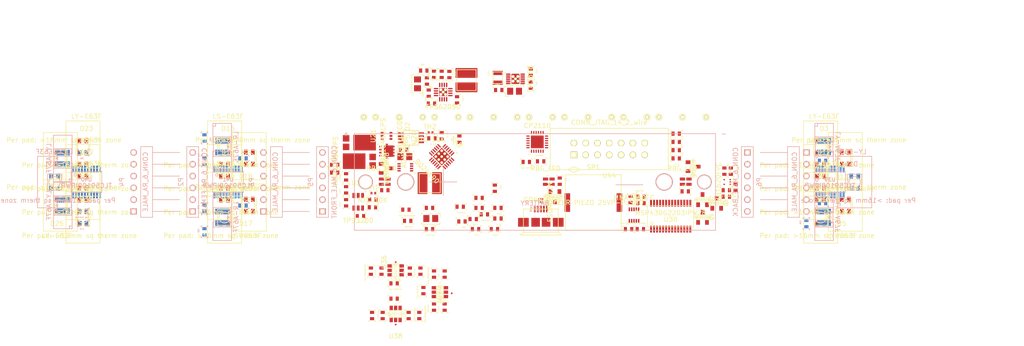
<source format=kicad_pcb>
(kicad_pcb (version 3) (host pcbnew "(2013-07-07 BZR 4022)-stable")
  (title_block (title "Bike Light") (rev V1.0) (comment 1 "A. Samaniego"))
  (layers (15 F.Cu signal) (0 B.Cu signal) (18 B.Paste user) (19 F.Paste user) (20 B.SilkS user) (21 F.SilkS user) (22 B.Mask user) (23 F.Mask user) (28 Edge.Cuts user))
  (net 0 "")
  (net 1 +3.3V)
  (net 2 /battery_charger/BATT)
  (net 3 /battery_charger/INT)
  (net 4 /battery_charger/OTG_EN)
  (net 5 /battery_charger/SCL)
  (net 6 /battery_charger/SDA)
  (net 7 /battery_charger/STATUS)
  (net 8 /battery_charger/USB_5V)
  (net 9 /battery_charger/USB_D+)
  (net 10 /battery_charger/USB_D-)
  (net 11 /battery_charger/~CHG_EN)
  (net 12 /battery_pack/battery_module_1/CHG)
  (net 13 /battery_pack/battery_module_1/NMOS_CTRL)
  (net 14 /battery_pack/battery_module_1/PMOS_CTRL)
  (net 15 /battery_pack/battery_module_1/V_BATT)
  (net 16 /battery_pack/battery_module_1/~CHG)
  (net 17 /battery_pack/battery_module_1/~OV)
  (net 18 /battery_pack/battery_module_1/~UV)
  (net 19 /interface_JTAG_2_wire/SBWTCK)
  (net 20 /interface_JTAG_2_wire/SBWTDIO)
  (net 21 /interface_usb/UART_RX)
  (net 22 /interface_usb/USB_ID)
  (net 23 /interface_usb/USB_SUSPEND)
  (net 24 /interface_usb/~RESET)
  (net 25 /micro_proc/ADC_BATT)
  (net 26 /micro_proc/ADC_LIGHT)
  (net 27 /micro_proc/LED_1)
  (net 28 /micro_proc/LED_2)
  (net 29 /micro_proc/LED_3)
  (net 30 /micro_proc/SPEAKER)
  (net 31 /micro_proc/TOUCH_1)
  (net 32 /micro_proc/TOUCH_2)
  (net 33 /micro_proc/TOUCH_3)
  (net 34 /micro_proc/UART_RX)
  (net 35 /output_general/BLUE_CTRL)
  (net 36 /output_general/GREEN_CTRL)
  (net 37 /output_general/RED_CTRL)
  (net 38 /output_signal_brake_2/BATT_IN)
  (net 39 /output_signal_brake_2/PWR_GOOD)
  (net 40 /output_signal_brake_2/brake_leds/+2.5V)
  (net 41 /output_signal_brake_2/brake_leds/CATHODE_1)
  (net 42 /output_signal_brake_2/brake_leds/CATHODE_2)
  (net 43 /output_signal_brake_2/brake_leds/CATHODE_3)
  (net 44 /output_signal_brake_2/brake_leds/CATHODE_4)
  (net 45 /output_signal_brake_2/brake_leds/CATHODE_5)
  (net 46 /output_signal_brake_2/brake_leds/CATHODE_6)
  (net 47 /output_signal_brake_2/brake_leds/CATHODE_7)
  (net 48 /output_signal_brake_2/brake_leds/CATHODE_8)
  (net 49 /output_signal_brake_2/signal_leds_back/CATHODE_1)
  (net 50 /output_signal_brake_2/signal_leds_back/CATHODE_2)
  (net 51 /output_signal_brake_2/signal_leds_back/CATHODE_3)
  (net 52 /output_signal_brake_2/signal_leds_back/CATHODE_4)
  (net 53 /output_signal_brake_2/signal_leds_back/CATHODE_5)
  (net 54 /output_signal_brake_2/signal_leds_back/CATHODE_6)
  (net 55 /output_signal_brake_2/signal_leds_back/CATHODE_7)
  (net 56 /output_signal_brake_2/signal_leds_back/CATHODE_8)
  (net 57 /output_signal_brake_2/signal_leds_front/CATHODE_1)
  (net 58 /output_signal_brake_2/signal_leds_front/CATHODE_2)
  (net 59 /output_signal_brake_2/signal_leds_front/CATHODE_3)
  (net 60 /output_signal_brake_2/signal_leds_front/CATHODE_4)
  (net 61 /output_signal_brake_2/signal_leds_front/CATHODE_5)
  (net 62 /output_signal_brake_2/signal_leds_front/CATHODE_6)
  (net 63 /output_signal_brake_2/signal_leds_front/CATHODE_7)
  (net 64 /output_signal_brake_2/signal_leds_front/CATHODE_8)
  (net 65 /output_signal_brake_2/~RESET)
  (net 66 /sensors_acceleration/~INT)
  (net 67 /sensors_light/CTRL_1)
  (net 68 /sensors_light/CTRL_2)
  (net 69 AGND)
  (net 70 N-00000110)
  (net 71 N-00000112)
  (net 72 N-00000121)
  (net 73 N-00000122)
  (net 74 N-00000123)
  (net 75 N-00000124)
  (net 76 N-00000154)
  (net 77 N-00000163)
  (net 78 N-00000164)
  (net 79 N-00000176)
  (net 80 N-00000180)
  (net 81 N-00000181)
  (net 82 N-00000182)
  (net 83 N-00000185)
  (net 84 N-00000186)
  (net 85 N-0000046)
  (net 86 N-0000047)
  (net 87 N-0000048)
  (net 88 N-0000067)
  (net 89 N-0000068)
  (net 90 N-0000069)
  (net 91 N-0000070)
  (net 92 N-0000071)
  (net 93 N-0000072)
  (net 94 N-0000073)
  (net 95 N-0000074)
  (net 96 N-0000075)
  (net 97 N-0000076)
  (net 98 N-0000077)
  (net 99 N-0000078)
  (net 100 N-0000079)
  (net 101 N-0000080)
  (net 102 N-0000081)
  (net 103 N-0000082)
  (net 104 N-0000083)
  (net 105 N-0000084)
  (net 106 N-0000085)
  (net 107 N-0000086)
  (net 108 N-0000087)
  (net 109 N-0000088)
  (net 110 N-0000089)
  (net 111 N-0000090)
  (net 112 N-0000091)
  (net 113 N-0000092)
  (net 114 N-0000093)
  (net 115 N-0000094)
  (module WSOF_5 (layer F.Cu) (at 196.215 84.074 90)
    (fp_text reference U31 hide)
    (fp_text value BH1620FVC (at 0.5 -2.6 90) (layer F.SilkS))
    (pad 1 smd rect (at 0 0 90) (size 0.25 0.35) (layers F.Cu F.Paste F.Mask) (net 1 +3.3V))
    (pad 2 smd rect (at 0.5 0 90) (size 0.25 0.35) (layers F.Cu F.Paste F.Mask) (net 69 AGND))
    (pad 3 smd rect (at 1 0 90) (size 0.25 0.35) (layers F.Cu F.Paste F.Mask) (net 67 /sensors_light/CTRL_1))
    (pad 4 smd rect (at 1 -1.3 90) (size 0.25 0.35) (layers F.Cu F.Paste F.Mask) (net 68 /sensors_light/CTRL_2))
    (pad 5 smd rect (at 0 -1.3 90) (size 0.25 0.35) (layers F.Cu F.Paste F.Mask) (net 26 /micro_proc/ADC_LIGHT))
  )
  (module USB_MICRO_AB_SMT (layer F.Cu) (at 155.448 89.408)
    (fp_text reference U47 hide)
    (fp_text value CONN_USB (at 0.25 -2) (layer F.SilkS))
    (pad 1 smd rect (at -1.3 0) (size 0.4 1.4) (layers F.Cu F.Paste F.Mask) (net 8 /battery_charger/USB_5V))
    (pad 2 smd rect (at -0.65 0) (size 0.4 1.4) (layers F.Cu F.Paste F.Mask) (net 10 /battery_charger/USB_D-))
    (pad 3 smd rect (at 0 0) (size 0.4 1.4) (layers F.Cu F.Paste F.Mask) (net 9 /battery_charger/USB_D+))
    (pad 4 smd rect (at 0.65 0) (size 0.4 1.4) (layers F.Cu F.Paste F.Mask) (net 22 /interface_usb/USB_ID))
    (pad 5 smd rect (at 1.3 0) (size 0.4 1.4) (layers F.Cu F.Paste F.Mask) (net 69 AGND))
    (pad "" smd rect (at -1.125 2.85) (size 1.85 1.9) (layers F.Cu F.Paste F.Mask))
    (pad "" smd rect (at 1.125 2.85) (size 1.85 1.9) (layers F.Cu F.Paste F.Mask))
    (pad "" smd rect (at -3.75 2.85) (size 2.3 1.9) (layers F.Cu F.Paste F.Mask))
    (pad "" smd rect (at 3.75 2.85) (size 2.3 1.9) (layers F.Cu F.Paste F.Mask))
  )
  (module US8 (layer F.Cu) (at 127.635 81.153 90)
    (fp_text reference U23 hide)
    (fp_text value NC7WZ08 (at 0.5 -5.4 90) (layer F.SilkS))
    (pad 1 smd rect (at 0 0 90) (size 0.3 0.7) (layers F.Cu F.Paste F.Mask) (net 12 /battery_pack/battery_module_1/CHG))
    (pad 2 smd rect (at 0.5 0 90) (size 0.3 0.7) (layers F.Cu F.Paste F.Mask) (net 17 /battery_pack/battery_module_1/~OV))
    (pad 3 smd rect (at 1 0 90) (size 0.3 0.7) (layers F.Cu F.Paste F.Mask) (net 79 N-00000176))
    (pad 4 smd rect (at 1.5 0 90) (size 0.3 0.7) (layers F.Cu F.Paste F.Mask) (net 69 AGND))
    (pad 5 smd rect (at 1.5 -2.7 90) (size 0.3 0.7) (layers F.Cu F.Paste F.Mask) (net 16 /battery_pack/battery_module_1/~CHG))
    (pad 6 smd rect (at 1 -2.7 90) (size 0.3 0.7) (layers F.Cu F.Paste F.Mask) (net 18 /battery_pack/battery_module_1/~UV))
    (pad 7 smd rect (at 0.5 -2.7 90) (size 0.3 0.7) (layers F.Cu F.Paste F.Mask) (net 13 /battery_pack/battery_module_1/NMOS_CTRL))
    (pad 8 smd rect (at 0 -2.7 90) (size 0.3 0.7) (layers F.Cu F.Paste F.Mask) (net 1 +3.3V))
  )
  (module UDFN6 (layer F.Cu) (at 155.829 87.249 270)
    (fp_text reference U46 hide)
    (fp_text value ESDR0502N (at 0.65 -1.6 270) (layer F.SilkS))
    (pad 1 smd rect (at 0 0 270) (size 0.42 0.22) (layers F.Cu F.Paste F.Mask) (net 69 AGND))
    (pad 2 smd rect (at 0 0.4 270) (size 0.42 0.22) (layers F.Cu F.Paste F.Mask) (net 9 /battery_charger/USB_D+))
    (pad 3 smd rect (at 0 0.8 270) (size 0.42 0.22) (layers F.Cu F.Paste F.Mask) (net 10 /battery_charger/USB_D-))
    (pad 4 smd rect (at 0.65 0.8 270) (size 0.42 0.22) (layers F.Cu F.Paste F.Mask) (net 10 /battery_charger/USB_D-))
    (pad 5 smd rect (at 0.65 0.4 270) (size 0.42 0.22) (layers F.Cu F.Paste F.Mask) (net 9 /battery_charger/USB_D+))
    (pad 6 smd rect (at 0.65 0 270) (size 0.42 0.22) (layers F.Cu F.Paste F.Mask) (net 8 /battery_charger/USB_5V))
  )
  (module tssop-28 (layer F.Cu) (at 183.388 90.932)
    (fp_text reference U30 (at 0 0.70104) (layer F.SilkS) (effects (font (size 1.00076 1.00076) (thickness 0.14986))))
    (fp_text value MSP430G2203IPW28 (at 0 -0.70104) (layer F.SilkS) (effects (font (size 1.00076 1.00076) (thickness 0.14986))))
    (pad 7 smd rect (at -0.32512 2.79908) (size 0.4191 1.47066) (layers F.Cu F.Paste F.Mask))
    (pad 8 smd rect (at 0.32512 2.79908) (size 0.4191 1.47066) (layers F.Cu F.Paste F.Mask) (net 27 /micro_proc/LED_1))
    (pad 9 smd rect (at 0.97536 2.79908) (size 0.4191 1.47066) (layers F.Cu F.Paste F.Mask))
    (pad 10 smd rect (at 1.6256 2.79908) (size 0.4191 1.47066) (layers F.Cu F.Paste F.Mask) (net 66 /sensors_acceleration/~INT))
    (pad 25 smd rect (at -2.26568 -2.794) (size 0.4191 1.47066) (layers F.Cu F.Paste F.Mask) (net 19 /interface_JTAG_2_wire/SBWTCK))
    (pad 4 smd rect (at -2.27584 2.79908) (size 0.4191 1.47066) (layers F.Cu F.Paste F.Mask) (net 21 /interface_usb/UART_RX))
    (pad 5 smd rect (at -1.6256 2.79908) (size 0.4191 1.47066) (layers F.Cu F.Paste F.Mask) (net 26 /micro_proc/ADC_LIGHT))
    (pad 6 smd rect (at -0.97536 2.79908) (size 0.4191 1.47066) (layers F.Cu F.Paste F.Mask))
    (pad 18 smd rect (at 2.27584 -2.79908) (size 0.4191 1.47066) (layers F.Cu F.Paste F.Mask) (net 3 /battery_charger/INT))
    (pad 19 smd rect (at 1.6256 -2.79908) (size 0.4191 1.47066) (layers F.Cu F.Paste F.Mask) (net 36 /output_general/GREEN_CTRL))
    (pad 20 smd rect (at 0.97536 -2.79908) (size 0.4191 1.47066) (layers F.Cu F.Paste F.Mask) (net 35 /output_general/BLUE_CTRL))
    (pad 21 smd rect (at 0.32512 -2.79908) (size 0.4191 1.47066) (layers F.Cu F.Paste F.Mask))
    (pad 22 smd rect (at -0.32512 -2.79908) (size 0.4191 1.47066) (layers F.Cu F.Paste F.Mask) (net 5 /battery_charger/SCL))
    (pad 23 smd rect (at -0.97536 -2.79908) (size 0.4191 1.47066) (layers F.Cu F.Paste F.Mask) (net 6 /battery_charger/SDA))
    (pad 11 smd rect (at 2.27584 2.79908) (size 0.4191 1.47066) (layers F.Cu F.Paste F.Mask) (net 31 /micro_proc/TOUCH_1))
    (pad 24 smd rect (at -1.6256 -2.794) (size 0.4191 1.47066) (layers F.Cu F.Paste F.Mask) (net 20 /interface_JTAG_2_wire/SBWTDIO))
    (pad 3 smd rect (at -2.92608 2.79908) (size 0.4191 1.47066) (layers F.Cu F.Paste F.Mask) (net 34 /micro_proc/UART_RX))
    (pad 12 smd rect (at 2.92608 2.79908) (size 0.4191 1.47066) (layers F.Cu F.Paste F.Mask) (net 32 /micro_proc/TOUCH_2))
    (pad 17 smd rect (at 2.92608 -2.79908) (size 0.4191 1.47066) (layers F.Cu F.Paste F.Mask) (net 30 /micro_proc/SPEAKER))
    (pad 26 smd rect (at -2.92608 -2.79908) (size 0.4191 1.47066) (layers F.Cu F.Paste F.Mask) (net 68 /sensors_light/CTRL_2))
    (pad 2 smd rect (at -3.57378 2.79908) (size 0.4191 1.47066) (layers F.Cu F.Paste F.Mask) (net 25 /micro_proc/ADC_BATT))
    (pad 13 smd rect (at 3.57378 2.79908) (size 0.4191 1.47066) (layers F.Cu F.Paste F.Mask) (net 28 /micro_proc/LED_2))
    (pad 16 smd rect (at 3.57378 -2.79908) (size 0.4191 1.47066) (layers F.Cu F.Paste F.Mask) (net 33 /micro_proc/TOUCH_3))
    (pad 27 smd rect (at -3.57378 -2.79908) (size 0.4191 1.47066) (layers F.Cu F.Paste F.Mask) (net 67 /sensors_light/CTRL_1))
    (pad 1 smd rect (at -4.22402 2.79908) (size 0.4191 1.47066) (layers F.Cu F.Paste F.Mask) (net 1 +3.3V))
    (pad 14 smd rect (at 4.22402 2.79908) (size 0.4191 1.47066) (layers F.Cu F.Paste F.Mask) (net 29 /micro_proc/LED_3))
    (pad 15 smd rect (at 4.22402 -2.79908) (size 0.4191 1.47066) (layers F.Cu F.Paste F.Mask) (net 37 /output_general/RED_CTRL))
    (pad 28 smd rect (at -4.22402 -2.79908) (size 0.4191 1.47066) (layers F.Cu F.Paste F.Mask) (net 69 AGND))
  )
  (module tssop-20 (layer B.Cu) (at 88.138 83.566)
    (fp_text reference U41 (at 0 -0.508) (layer B.SilkS) (effects (font (size 0.8001 0.8001) (thickness 0.14986)) (justify mirror)))
    (fp_text value TLC59108IPWR (at 0 0.8001) (layer B.SilkS) (effects (font (size 1.00076 1.00076) (thickness 0.14986)) (justify mirror)))
    (pad 5 smd rect (at -0.32512 -2.79908) (size 0.4191 1.47066) (layers B.Cu B.Paste B.Mask) (net 69 AGND))
    (pad 6 smd rect (at 0.32512 -2.79908) (size 0.4191 1.47066) (layers B.Cu B.Paste B.Mask) (net 41 /output_signal_brake_2/brake_leds/CATHODE_1))
    (pad 7 smd rect (at 0.97536 -2.79908) (size 0.4191 1.47066) (layers B.Cu B.Paste B.Mask) (net 42 /output_signal_brake_2/brake_leds/CATHODE_2))
    (pad 8 smd rect (at 1.6256 -2.79908) (size 0.4191 1.47066) (layers B.Cu B.Paste B.Mask) (net 69 AGND))
    (pad 19 smd rect (at -2.26568 2.794) (size 0.4191 1.47066) (layers B.Cu B.Paste B.Mask) (net 6 /battery_charger/SDA))
    (pad 2 smd rect (at -2.27584 -2.79908) (size 0.4191 1.47066) (layers B.Cu B.Paste B.Mask) (net 1 +3.3V))
    (pad 3 smd rect (at -1.6256 -2.79908) (size 0.4191 1.47066) (layers B.Cu B.Paste B.Mask) (net 1 +3.3V))
    (pad 4 smd rect (at -0.97536 -2.79908) (size 0.4191 1.47066) (layers B.Cu B.Paste B.Mask) (net 69 AGND))
    (pad 12 smd rect (at 2.27584 2.79908) (size 0.4191 1.47066) (layers B.Cu B.Paste B.Mask) (net 46 /output_signal_brake_2/brake_leds/CATHODE_6))
    (pad 13 smd rect (at 1.6256 2.79908) (size 0.4191 1.47066) (layers B.Cu B.Paste B.Mask) (net 69 AGND))
    (pad 14 smd rect (at 0.97536 2.79908) (size 0.4191 1.47066) (layers B.Cu B.Paste B.Mask) (net 47 /output_signal_brake_2/brake_leds/CATHODE_7))
    (pad 15 smd rect (at 0.32512 2.79908) (size 0.4191 1.47066) (layers B.Cu B.Paste B.Mask) (net 48 /output_signal_brake_2/brake_leds/CATHODE_8))
    (pad 16 smd rect (at -0.32512 2.79908) (size 0.4191 1.47066) (layers B.Cu B.Paste B.Mask) (net 69 AGND))
    (pad 17 smd rect (at -0.97536 2.79908) (size 0.4191 1.47066) (layers B.Cu B.Paste B.Mask) (net 65 /output_signal_brake_2/~RESET))
    (pad 9 smd rect (at 2.27584 -2.79908) (size 0.4191 1.47066) (layers B.Cu B.Paste B.Mask) (net 43 /output_signal_brake_2/brake_leds/CATHODE_3))
    (pad 18 smd rect (at -1.6256 2.794) (size 0.4191 1.47066) (layers B.Cu B.Paste B.Mask) (net 5 /battery_charger/SCL))
    (pad 1 smd rect (at -2.92608 -2.79908) (size 0.4191 1.47066) (layers B.Cu B.Paste B.Mask) (net 71 N-00000112))
    (pad 10 smd rect (at 2.92608 -2.79908) (size 0.4191 1.47066) (layers B.Cu B.Paste B.Mask) (net 44 /output_signal_brake_2/brake_leds/CATHODE_4))
    (pad 11 smd rect (at 2.92608 2.79908) (size 0.4191 1.47066) (layers B.Cu B.Paste B.Mask) (net 45 /output_signal_brake_2/brake_leds/CATHODE_5))
    (pad 20 smd rect (at -2.92608 2.79908) (size 0.4191 1.47066) (layers B.Cu B.Paste B.Mask) (net 1 +3.3V))
  )
  (module tssop-20 (layer B.Cu) (at 217.678 83.566)
    (fp_text reference U39 (at 0 -0.508) (layer B.SilkS) (effects (font (size 0.8001 0.8001) (thickness 0.14986)) (justify mirror)))
    (fp_text value TLC59108IPWR (at 0 0.8001) (layer B.SilkS) (effects (font (size 1.00076 1.00076) (thickness 0.14986)) (justify mirror)))
    (pad 5 smd rect (at -0.32512 -2.79908) (size 0.4191 1.47066) (layers B.Cu B.Paste B.Mask) (net 69 AGND))
    (pad 6 smd rect (at 0.32512 -2.79908) (size 0.4191 1.47066) (layers B.Cu B.Paste B.Mask) (net 57 /output_signal_brake_2/signal_leds_front/CATHODE_1))
    (pad 7 smd rect (at 0.97536 -2.79908) (size 0.4191 1.47066) (layers B.Cu B.Paste B.Mask) (net 58 /output_signal_brake_2/signal_leds_front/CATHODE_2))
    (pad 8 smd rect (at 1.6256 -2.79908) (size 0.4191 1.47066) (layers B.Cu B.Paste B.Mask) (net 69 AGND))
    (pad 19 smd rect (at -2.26568 2.794) (size 0.4191 1.47066) (layers B.Cu B.Paste B.Mask) (net 6 /battery_charger/SDA))
    (pad 2 smd rect (at -2.27584 -2.79908) (size 0.4191 1.47066) (layers B.Cu B.Paste B.Mask) (net 1 +3.3V))
    (pad 3 smd rect (at -1.6256 -2.79908) (size 0.4191 1.47066) (layers B.Cu B.Paste B.Mask) (net 69 AGND))
    (pad 4 smd rect (at -0.97536 -2.79908) (size 0.4191 1.47066) (layers B.Cu B.Paste B.Mask) (net 69 AGND))
    (pad 12 smd rect (at 2.27584 2.79908) (size 0.4191 1.47066) (layers B.Cu B.Paste B.Mask) (net 62 /output_signal_brake_2/signal_leds_front/CATHODE_6))
    (pad 13 smd rect (at 1.6256 2.79908) (size 0.4191 1.47066) (layers B.Cu B.Paste B.Mask) (net 69 AGND))
    (pad 14 smd rect (at 0.97536 2.79908) (size 0.4191 1.47066) (layers B.Cu B.Paste B.Mask) (net 63 /output_signal_brake_2/signal_leds_front/CATHODE_7))
    (pad 15 smd rect (at 0.32512 2.79908) (size 0.4191 1.47066) (layers B.Cu B.Paste B.Mask) (net 64 /output_signal_brake_2/signal_leds_front/CATHODE_8))
    (pad 16 smd rect (at -0.32512 2.79908) (size 0.4191 1.47066) (layers B.Cu B.Paste B.Mask) (net 69 AGND))
    (pad 17 smd rect (at -0.97536 2.79908) (size 0.4191 1.47066) (layers B.Cu B.Paste B.Mask) (net 65 /output_signal_brake_2/~RESET))
    (pad 9 smd rect (at 2.27584 -2.79908) (size 0.4191 1.47066) (layers B.Cu B.Paste B.Mask) (net 59 /output_signal_brake_2/signal_leds_front/CATHODE_3))
    (pad 18 smd rect (at -1.6256 2.794) (size 0.4191 1.47066) (layers B.Cu B.Paste B.Mask) (net 5 /battery_charger/SCL))
    (pad 1 smd rect (at -2.92608 -2.79908) (size 0.4191 1.47066) (layers B.Cu B.Paste B.Mask) (net 72 N-00000121))
    (pad 10 smd rect (at 2.92608 -2.79908) (size 0.4191 1.47066) (layers B.Cu B.Paste B.Mask) (net 60 /output_signal_brake_2/signal_leds_front/CATHODE_4))
    (pad 11 smd rect (at 2.92608 2.79908) (size 0.4191 1.47066) (layers B.Cu B.Paste B.Mask) (net 61 /output_signal_brake_2/signal_leds_front/CATHODE_5))
    (pad 20 smd rect (at -2.92608 2.79908) (size 0.4191 1.47066) (layers B.Cu B.Paste B.Mask) (net 1 +3.3V))
  )
  (module tssop-20 (layer B.Cu) (at 57.658 83.566)
    (fp_text reference U40 (at 0 -0.508) (layer B.SilkS) (effects (font (size 0.8001 0.8001) (thickness 0.14986)) (justify mirror)))
    (fp_text value TLC59108IPWR (at 0 0.8001) (layer B.SilkS) (effects (font (size 1.00076 1.00076) (thickness 0.14986)) (justify mirror)))
    (pad 5 smd rect (at -0.32512 -2.79908) (size 0.4191 1.47066) (layers B.Cu B.Paste B.Mask) (net 69 AGND))
    (pad 6 smd rect (at 0.32512 -2.79908) (size 0.4191 1.47066) (layers B.Cu B.Paste B.Mask) (net 49 /output_signal_brake_2/signal_leds_back/CATHODE_1))
    (pad 7 smd rect (at 0.97536 -2.79908) (size 0.4191 1.47066) (layers B.Cu B.Paste B.Mask) (net 50 /output_signal_brake_2/signal_leds_back/CATHODE_2))
    (pad 8 smd rect (at 1.6256 -2.79908) (size 0.4191 1.47066) (layers B.Cu B.Paste B.Mask) (net 69 AGND))
    (pad 19 smd rect (at -2.26568 2.794) (size 0.4191 1.47066) (layers B.Cu B.Paste B.Mask) (net 6 /battery_charger/SDA))
    (pad 2 smd rect (at -2.27584 -2.79908) (size 0.4191 1.47066) (layers B.Cu B.Paste B.Mask) (net 69 AGND))
    (pad 3 smd rect (at -1.6256 -2.79908) (size 0.4191 1.47066) (layers B.Cu B.Paste B.Mask) (net 1 +3.3V))
    (pad 4 smd rect (at -0.97536 -2.79908) (size 0.4191 1.47066) (layers B.Cu B.Paste B.Mask) (net 69 AGND))
    (pad 12 smd rect (at 2.27584 2.79908) (size 0.4191 1.47066) (layers B.Cu B.Paste B.Mask) (net 54 /output_signal_brake_2/signal_leds_back/CATHODE_6))
    (pad 13 smd rect (at 1.6256 2.79908) (size 0.4191 1.47066) (layers B.Cu B.Paste B.Mask) (net 69 AGND))
    (pad 14 smd rect (at 0.97536 2.79908) (size 0.4191 1.47066) (layers B.Cu B.Paste B.Mask) (net 55 /output_signal_brake_2/signal_leds_back/CATHODE_7))
    (pad 15 smd rect (at 0.32512 2.79908) (size 0.4191 1.47066) (layers B.Cu B.Paste B.Mask) (net 56 /output_signal_brake_2/signal_leds_back/CATHODE_8))
    (pad 16 smd rect (at -0.32512 2.79908) (size 0.4191 1.47066) (layers B.Cu B.Paste B.Mask) (net 69 AGND))
    (pad 17 smd rect (at -0.97536 2.79908) (size 0.4191 1.47066) (layers B.Cu B.Paste B.Mask) (net 65 /output_signal_brake_2/~RESET))
    (pad 9 smd rect (at 2.27584 -2.79908) (size 0.4191 1.47066) (layers B.Cu B.Paste B.Mask) (net 51 /output_signal_brake_2/signal_leds_back/CATHODE_3))
    (pad 18 smd rect (at -1.6256 2.794) (size 0.4191 1.47066) (layers B.Cu B.Paste B.Mask) (net 5 /battery_charger/SCL))
    (pad 1 smd rect (at -2.92608 -2.79908) (size 0.4191 1.47066) (layers B.Cu B.Paste B.Mask) (net 76 N-00000154))
    (pad 10 smd rect (at 2.92608 -2.79908) (size 0.4191 1.47066) (layers B.Cu B.Paste B.Mask) (net 52 /output_signal_brake_2/signal_leds_back/CATHODE_4))
    (pad 11 smd rect (at 2.92608 2.79908) (size 0.4191 1.47066) (layers B.Cu B.Paste B.Mask) (net 53 /output_signal_brake_2/signal_leds_back/CATHODE_5))
    (pad 20 smd rect (at -2.92608 2.79908) (size 0.4191 1.47066) (layers B.Cu B.Paste B.Mask) (net 1 +3.3V))
  )
  (module TOUCH_PAD_CONN (layer F.Cu) (at 136.271 107.569 270)
    (fp_text reference U34 (at 0 2.48 270) (layer F.SilkS))
    (fp_text value TOUCHPAD hide)
    (pad 1 smd circle (at 0 0 270) (size 0.381 0.381) (layers F.Cu F.Paste F.Mask) (net 95 N-0000074))
  )
  (module TOUCH_PAD_CONN (layer F.Cu) (at 124.206 100.838 270)
    (fp_text reference U36 (at 0 2.48 270) (layer F.SilkS))
    (fp_text value TOUCHPAD hide)
    (pad 1 smd circle (at 0 0 270) (size 0.381 0.381) (layers F.Cu F.Paste F.Mask) (net 98 N-0000077))
  )
  (module TOUCH_PAD_CONN (layer F.Cu) (at 124.206 114.3)
    (fp_text reference U38 (at 0 2.48) (layer F.SilkS))
    (fp_text value TOUCHPAD hide)
    (pad 1 smd circle (at 0 0) (size 0.381 0.381) (layers F.Cu F.Paste F.Mask) (net 89 N-0000068))
  )
  (module TO_277B (layer F.Cu) (at 119.253 80.01 90)
    (fp_text reference D2 hide)
    (fp_text value MBR1045ULPS (at 0.92 -7.964 90) (layer F.SilkS))
    (pad 1 smd rect (at 0 0 90) (size 1.39 1.4) (layers F.Cu F.Paste F.Mask) (net 82 N-00000182))
    (pad 2 smd rect (at 1.84 0 90) (size 1.39 1.4) (layers F.Cu F.Paste F.Mask) (net 82 N-00000182))
    (pad 3 smd rect (at 0.92 -3.982 90) (size 3.36 4.86) (layers F.Cu F.Paste F.Mask) (net 84 N-00000186))
  )
  (module TO_277B (layer F.Cu) (at 113.538 74.168 270)
    (fp_text reference D1 hide)
    (fp_text value MBR1045ULPS (at 0.92 -7.964 270) (layer F.SilkS))
    (pad 1 smd rect (at 0 0 270) (size 1.39 1.4) (layers F.Cu F.Paste F.Mask) (net 84 N-00000186))
    (pad 2 smd rect (at 1.84 0 270) (size 1.39 1.4) (layers F.Cu F.Paste F.Mask) (net 84 N-00000186))
    (pad 3 smd rect (at 0.92 -3.982 270) (size 3.36 4.86) (layers F.Cu F.Paste F.Mask) (net 83 N-00000185))
  )
  (module TEST_PT (layer F.Cu) (at 130.048 69.596)
    (fp_text reference U5 hide)
    (fp_text value TEST_PT hide)
    (pad 1 thru_hole circle (at 0 0) (size 0.889 0.889) (drill 0.381) (layers *.Cu *.Mask F.SilkS) (net 39 /output_signal_brake_2/PWR_GOOD))
  )
  (module TEST_PT (layer F.Cu) (at 132.588 69.596)
    (fp_text reference U14 hide)
    (fp_text value TEST_PT hide)
    (pad 1 thru_hole circle (at 0 0) (size 0.889 0.889) (drill 0.381) (layers *.Cu *.Mask F.SilkS) (net 34 /micro_proc/UART_RX))
  )
  (module TEST_PT (layer F.Cu) (at 137.668 69.596)
    (fp_text reference U1 hide)
    (fp_text value TEST_PT hide)
    (pad 1 thru_hole circle (at 0 0) (size 0.889 0.889) (drill 0.381) (layers *.Cu *.Mask F.SilkS) (net 38 /output_signal_brake_2/BATT_IN))
  )
  (module TEST_PT (layer F.Cu) (at 140.208 69.596)
    (fp_text reference U2 hide)
    (fp_text value TEST_PT hide)
    (pad 1 thru_hole circle (at 0 0) (size 0.889 0.889) (drill 0.381) (layers *.Cu *.Mask F.SilkS) (net 5 /battery_charger/SCL))
  )
  (module TEST_PT (layer F.Cu) (at 117.348 69.596)
    (fp_text reference U4 hide)
    (fp_text value TEST_PT hide)
    (pad 1 thru_hole circle (at 0 0) (size 0.889 0.889) (drill 0.381) (layers *.Cu *.Mask F.SilkS) (net 6 /battery_charger/SDA))
  )
  (module TEST_PT (layer F.Cu) (at 160.528 69.596)
    (fp_text reference U6 hide)
    (fp_text value TEST_PT hide)
    (pad 1 thru_hole circle (at 0 0) (size 0.889 0.889) (drill 0.381) (layers *.Cu *.Mask F.SilkS) (net 65 /output_signal_brake_2/~RESET))
  )
  (module TEST_PT (layer F.Cu) (at 165.608 69.596)
    (fp_text reference U15 hide)
    (fp_text value TEST_PT hide)
    (pad 1 thru_hole circle (at 0 0) (size 0.889 0.889) (drill 0.381) (layers *.Cu *.Mask F.SilkS) (net 23 /interface_usb/USB_SUSPEND))
  )
  (module TEST_PT (layer F.Cu) (at 170.688 69.596)
    (fp_text reference U18 hide)
    (fp_text value TEST_PT hide)
    (pad 1 thru_hole circle (at 0 0) (size 0.889 0.889) (drill 0.381) (layers *.Cu *.Mask F.SilkS) (net 8 /battery_charger/USB_5V))
  )
  (module TEST_PT (layer F.Cu) (at 173.228 69.596)
    (fp_text reference U19 hide)
    (fp_text value TEST_PT hide)
    (pad 1 thru_hole circle (at 0 0) (size 0.889 0.889) (drill 0.381) (layers *.Cu *.Mask F.SilkS) (net 22 /interface_usb/USB_ID))
  )
  (module TEST_PT (layer F.Cu) (at 178.308 69.596)
    (fp_text reference U17 hide)
    (fp_text value TEST_PT hide)
    (pad 1 thru_hole circle (at 0 0) (size 0.889 0.889) (drill 0.381) (layers *.Cu *.Mask F.SilkS) (net 9 /battery_charger/USB_D+))
  )
  (module TEST_PT (layer F.Cu) (at 180.848 69.596)
    (fp_text reference U16 hide)
    (fp_text value TEST_PT hide)
    (pad 1 thru_hole circle (at 0 0) (size 0.889 0.889) (drill 0.381) (layers *.Cu *.Mask F.SilkS) (net 10 /battery_charger/USB_D-))
  )
  (module TEST_PT (layer F.Cu) (at 185.928 69.596)
    (fp_text reference U7 hide)
    (fp_text value TEST_PT hide)
    (pad 1 thru_hole circle (at 0 0) (size 0.889 0.889) (drill 0.381) (layers *.Cu *.Mask F.SilkS) (net 2 /battery_charger/BATT))
  )
  (module TEST_PT (layer F.Cu) (at 191.008 69.596)
    (fp_text reference U3 hide)
    (fp_text value TEST_PT hide)
    (pad 1 thru_hole circle (at 0 0) (size 0.889 0.889) (drill 0.381) (layers *.Cu *.Mask F.SilkS) (net 25 /micro_proc/ADC_BATT))
  )
  (module TEST_PT (layer F.Cu) (at 145.288 69.596)
    (fp_text reference U12 hide)
    (fp_text value TEST_PT hide)
    (pad 1 thru_hole circle (at 0 0) (size 0.889 0.889) (drill 0.381) (layers *.Cu *.Mask F.SilkS) (net 21 /interface_usb/UART_RX))
  )
  (module TEST_PT (layer F.Cu) (at 157.988 69.596)
    (fp_text reference U13 hide)
    (fp_text value TEST_PT hide)
    (pad 1 thru_hole circle (at 0 0) (size 0.889 0.889) (drill 0.381) (layers *.Cu *.Mask F.SilkS) (net 24 /interface_usb/~RESET))
  )
  (module TEST_PT (layer F.Cu) (at 152.908 69.596)
    (fp_text reference U11 hide)
    (fp_text value TEST_PT hide)
    (pad 1 thru_hole circle (at 0 0) (size 0.889 0.889) (drill 0.381) (layers *.Cu *.Mask F.SilkS) (net 26 /micro_proc/ADC_LIGHT))
  )
  (module TEST_PT (layer F.Cu) (at 150.368 69.596)
    (fp_text reference U10 hide)
    (fp_text value TEST_PT hide)
    (pad 1 thru_hole circle (at 0 0) (size 0.889 0.889) (drill 0.381) (layers *.Cu *.Mask F.SilkS) (net 11 /battery_charger/~CHG_EN))
  )
  (module TEST_PT (layer F.Cu) (at 124.968 69.596)
    (fp_text reference U9 hide)
    (fp_text value TEST_PT hide)
    (pad 1 thru_hole circle (at 0 0) (size 0.889 0.889) (drill 0.381) (layers *.Cu *.Mask F.SilkS) (net 4 /battery_charger/OTG_EN))
  )
  (module TEST_PT (layer F.Cu) (at 119.888 69.596)
    (fp_text reference U8 hide)
    (fp_text value TEST_PT hide)
    (pad 1 thru_hole circle (at 0 0) (size 0.889 0.889) (drill 0.381) (layers *.Cu *.Mask F.SilkS) (net 7 /battery_charger/STATUS))
  )
  (module SPEAKER_SMD_12_12 (layer F.Cu) (at 166.751 88.011 180)
    (fp_text reference SP1 (at 0 7.62 180) (layer F.SilkS))
    (fp_text value "BUZZER PIEZO 25VP-P SMD" (at 0 0 180) (layer F.SilkS))
    (pad 1 smd rect (at -5.6 0 180) (size 1.2 4) (layers F.Cu F.Paste F.Mask) (net 30 /micro_proc/SPEAKER))
    (pad 2 smd rect (at 5.6 0 180) (size 1.2 4) (layers F.Cu F.Paste F.Mask) (net 69 AGND))
  )
  (module SOT363 (layer F.Cu) (at 123.19 74.295 90)
    (fp_text reference U21 (at 0.65 -3.8 90) (layer F.SilkS))
    (fp_text value 74LVC2G06 (at 0.65 1.9 90) (layer F.SilkS))
    (pad 1 smd rect (at 0 0 90) (size 0.42 0.6) (layers F.Cu F.Paste F.Mask) (net 12 /battery_pack/battery_module_1/CHG))
    (pad 2 smd rect (at 0.65 0 90) (size 0.42 0.6) (layers F.Cu F.Paste F.Mask) (net 69 AGND))
    (pad 3 smd rect (at 1.3 0 90) (size 0.42 0.6) (layers F.Cu F.Paste F.Mask) (net 79 N-00000176))
    (pad 4 smd rect (at 1.3 -1.9 90) (size 0.42 0.6) (layers F.Cu F.Paste F.Mask) (net 14 /battery_pack/battery_module_1/PMOS_CTRL))
    (pad 5 smd rect (at 0.65 -1.9 90) (size 0.42 0.6) (layers F.Cu F.Paste F.Mask) (net 1 +3.3V))
    (pad 6 smd rect (at 0 -1.9 90) (size 0.42 0.6) (layers F.Cu F.Paste F.Mask) (net 16 /battery_pack/battery_module_1/~CHG))
  )
  (module SOT23_6_thin (layer F.Cu) (at 117.094 86.487 180)
    (fp_text reference U22 (at 0.95 2.7 180) (layer F.SilkS))
    (fp_text value TPS3700 (at 0.95 -5.4 180) (layer F.SilkS))
    (pad 1 smd rect (at 0 0 180) (size 0.6 1.1) (layers F.Cu F.Paste F.Mask) (net 18 /battery_pack/battery_module_1/~UV))
    (pad 2 smd rect (at 0.95 0 180) (size 0.6 1.1) (layers F.Cu F.Paste F.Mask) (net 69 AGND))
    (pad 3 smd rect (at 1.9 0 180) (size 0.6 1.1) (layers F.Cu F.Paste F.Mask) (net 80 N-00000180))
    (pad 4 smd rect (at 1.9 -2.7 180) (size 0.6 1.1) (layers F.Cu F.Paste F.Mask) (net 81 N-00000181))
    (pad 5 smd rect (at 0.95 -2.7 180) (size 0.6 1.1) (layers F.Cu F.Paste F.Mask) (net 1 +3.3V))
    (pad 6 smd rect (at 0 -2.7 180) (size 0.6 1.1) (layers F.Cu F.Paste F.Mask) (net 17 /battery_pack/battery_module_1/~OV))
  )
  (module SOT23_6 (layer F.Cu) (at 133.731 107.315 270)
    (fp_text reference U33 (at 1.99898 0 360) (layer F.SilkS) (effects (font (size 0.762 0.762) (thickness 0.0762))))
    (fp_text value AT42QT1011 (at 0.0635 0 270) (layer F.SilkS) (effects (font (size 0.50038 0.50038) (thickness 0.0762))))
    (pad 6 smd rect (at -0.9525 -1.27 270) (size 0.70104 1.00076) (layers F.Cu F.Paste F.Mask) (net 92 N-0000071))
    (pad 5 smd rect (at 0 -1.27 270) (size 0.70104 1.00076) (layers F.Cu F.Paste F.Mask) (net 1 +3.3V))
    (pad 4 smd rect (at 0.9525 -1.27 270) (size 0.70104 1.00076) (layers F.Cu F.Paste F.Mask) (net 93 N-0000072))
    (pad 3 smd rect (at 0.9525 1.27 270) (size 0.70104 1.00076) (layers F.Cu F.Paste F.Mask) (net 94 N-0000073))
    (pad 2 smd rect (at 0 1.27 270) (size 0.70104 1.00076) (layers F.Cu F.Paste F.Mask) (net 69 AGND))
    (pad 1 smd rect (at -0.9525 1.27 270) (size 0.70104 1.00076) (layers F.Cu F.Paste F.Mask) (net 31 /micro_proc/TOUCH_1))
  )
  (module SOT23_6 (layer F.Cu) (at 124.206 102.616 270)
    (fp_text reference U35 (at 1.99898 0 360) (layer F.SilkS) (effects (font (size 0.762 0.762) (thickness 0.0762))))
    (fp_text value AT42QT1011 (at 0.0635 0 270) (layer F.SilkS) (effects (font (size 0.50038 0.50038) (thickness 0.0762))))
    (pad 6 smd rect (at -0.9525 -1.27 270) (size 0.70104 1.00076) (layers F.Cu F.Paste F.Mask) (net 99 N-0000078))
    (pad 5 smd rect (at 0 -1.27 270) (size 0.70104 1.00076) (layers F.Cu F.Paste F.Mask) (net 1 +3.3V))
    (pad 4 smd rect (at 0.9525 -1.27 270) (size 0.70104 1.00076) (layers F.Cu F.Paste F.Mask) (net 96 N-0000075))
    (pad 3 smd rect (at 0.9525 1.27 270) (size 0.70104 1.00076) (layers F.Cu F.Paste F.Mask) (net 97 N-0000076))
    (pad 2 smd rect (at 0 1.27 270) (size 0.70104 1.00076) (layers F.Cu F.Paste F.Mask) (net 69 AGND))
    (pad 1 smd rect (at -0.9525 1.27 270) (size 0.70104 1.00076) (layers F.Cu F.Paste F.Mask) (net 32 /micro_proc/TOUCH_2))
  )
  (module SOT23_6 (layer F.Cu) (at 124.206 112.014)
    (fp_text reference U37 (at 1.99898 0 90) (layer F.SilkS) (effects (font (size 0.762 0.762) (thickness 0.0762))))
    (fp_text value AT42QT1011 (at 0.0635 0) (layer F.SilkS) (effects (font (size 0.50038 0.50038) (thickness 0.0762))))
    (pad 6 smd rect (at -0.9525 -1.27) (size 0.70104 1.00076) (layers F.Cu F.Paste F.Mask) (net 88 N-0000067))
    (pad 5 smd rect (at 0 -1.27) (size 0.70104 1.00076) (layers F.Cu F.Paste F.Mask) (net 1 +3.3V))
    (pad 4 smd rect (at 0.9525 -1.27) (size 0.70104 1.00076) (layers F.Cu F.Paste F.Mask) (net 90 N-0000069))
    (pad 3 smd rect (at 0.9525 1.27) (size 0.70104 1.00076) (layers F.Cu F.Paste F.Mask) (net 91 N-0000070))
    (pad 2 smd rect (at 0 1.27) (size 0.70104 1.00076) (layers F.Cu F.Paste F.Mask) (net 69 AGND))
    (pad 1 smd rect (at -0.9525 1.27) (size 0.70104 1.00076) (layers F.Cu F.Paste F.Mask) (net 33 /micro_proc/TOUCH_3))
  )
  (module SOT23 (layer F.Cu) (at 188.214 80.264 270)
    (fp_text reference Q6 (at 1.99898 -0.09906 360) (layer F.SilkS) (effects (font (size 0.762 0.762) (thickness 0.11938))))
    (fp_text value DMN65D8L (at 0.0635 0 270) (layer F.SilkS) (effects (font (size 0.50038 0.50038) (thickness 0.09906))))
    (pad 3 smd rect (at 0 -1.09982 270) (size 0.8001 1.00076) (layers F.Cu F.Paste F.Mask) (net 1 +3.3V))
    (pad 2 smd rect (at 0.9525 1.09982 270) (size 0.8001 1.00076) (layers F.Cu F.Paste F.Mask) (net 107 N-0000086))
    (pad 1 smd rect (at -0.9525 1.09982 270) (size 0.8001 1.00076) (layers F.Cu F.Paste F.Mask) (net 29 /micro_proc/LED_3))
  )
  (module SOT23 (layer F.Cu) (at 190.246 87.376)
    (fp_text reference Q7 (at 1.99898 -0.09906 90) (layer F.SilkS) (effects (font (size 0.762 0.762) (thickness 0.11938))))
    (fp_text value DMN65D8L (at 0.0635 0) (layer F.SilkS) (effects (font (size 0.50038 0.50038) (thickness 0.09906))))
    (pad 3 smd rect (at 0 -1.09982) (size 0.8001 1.00076) (layers F.Cu F.Paste F.Mask) (net 106 N-0000085))
    (pad 2 smd rect (at 0.9525 1.09982) (size 0.8001 1.00076) (layers F.Cu F.Paste F.Mask) (net 69 AGND))
    (pad 1 smd rect (at -0.9525 1.09982) (size 0.8001 1.00076) (layers F.Cu F.Paste F.Mask) (net 35 /output_general/BLUE_CTRL))
  )
  (module SOT23 (layer F.Cu) (at 190.246 91.186)
    (fp_text reference Q9 (at 1.99898 -0.09906 90) (layer F.SilkS) (effects (font (size 0.762 0.762) (thickness 0.11938))))
    (fp_text value DMN65D8L (at 0.0635 0) (layer F.SilkS) (effects (font (size 0.50038 0.50038) (thickness 0.09906))))
    (pad 3 smd rect (at 0 -1.09982) (size 0.8001 1.00076) (layers F.Cu F.Paste F.Mask) (net 105 N-0000084))
    (pad 2 smd rect (at 0.9525 1.09982) (size 0.8001 1.00076) (layers F.Cu F.Paste F.Mask) (net 69 AGND))
    (pad 1 smd rect (at -0.9525 1.09982) (size 0.8001 1.00076) (layers F.Cu F.Paste F.Mask) (net 37 /output_general/RED_CTRL))
  )
  (module SOT23 (layer F.Cu) (at 193.294 88.138)
    (fp_text reference Q8 (at 1.99898 -0.09906 90) (layer F.SilkS) (effects (font (size 0.762 0.762) (thickness 0.11938))))
    (fp_text value DMN65D8L (at 0.0635 0) (layer F.SilkS) (effects (font (size 0.50038 0.50038) (thickness 0.09906))))
    (pad 3 smd rect (at 0 -1.09982) (size 0.8001 1.00076) (layers F.Cu F.Paste F.Mask) (net 100 N-0000079))
    (pad 2 smd rect (at 0.9525 1.09982) (size 0.8001 1.00076) (layers F.Cu F.Paste F.Mask) (net 69 AGND))
    (pad 1 smd rect (at -0.9525 1.09982) (size 0.8001 1.00076) (layers F.Cu F.Paste F.Mask) (net 36 /output_general/GREEN_CTRL))
  )
  (module SOT23 (layer F.Cu) (at 158.496 86.741 180)
    (fp_text reference Q5 (at 1.99898 -0.09906 270) (layer F.SilkS) (effects (font (size 0.762 0.762) (thickness 0.11938))))
    (fp_text value DMN65D8L (at 0.0635 0 180) (layer F.SilkS) (effects (font (size 0.50038 0.50038) (thickness 0.09906))))
    (pad 3 smd rect (at 0 -1.09982 180) (size 0.8001 1.00076) (layers F.Cu F.Paste F.Mask) (net 1 +3.3V))
    (pad 2 smd rect (at 0.9525 1.09982 180) (size 0.8001 1.00076) (layers F.Cu F.Paste F.Mask) (net 102 N-0000081))
    (pad 1 smd rect (at -0.9525 1.09982 180) (size 0.8001 1.00076) (layers F.Cu F.Paste F.Mask) (net 28 /micro_proc/LED_2))
  )
  (module SOT23 (layer F.Cu) (at 122.174 80.645 270)
    (fp_text reference Q4 (at 1.99898 -0.09906 360) (layer F.SilkS) (effects (font (size 0.762 0.762) (thickness 0.11938))))
    (fp_text value DMN65D8L (at 0.0635 0 270) (layer F.SilkS) (effects (font (size 0.50038 0.50038) (thickness 0.09906))))
    (pad 3 smd rect (at 0 -1.09982 270) (size 0.8001 1.00076) (layers F.Cu F.Paste F.Mask) (net 1 +3.3V))
    (pad 2 smd rect (at 0.9525 1.09982 270) (size 0.8001 1.00076) (layers F.Cu F.Paste F.Mask) (net 108 N-0000087))
    (pad 1 smd rect (at -0.9525 1.09982 270) (size 0.8001 1.00076) (layers F.Cu F.Paste F.Mask) (net 27 /micro_proc/LED_1))
  )
  (module QFN_24_sq (layer F.Cu) (at 154.686 74.93)
    (fp_text reference U45 hide)
    (fp_text value CP2110 (at 0 -3.5) (layer F.SilkS))
    (pad 1 smd rect (at -1.25 2) (size 0.25 0.7) (layers F.Cu F.Paste F.Mask))
    (pad 2 smd rect (at -0.75 2) (size 0.25 0.7) (layers F.Cu F.Paste F.Mask) (net 69 AGND))
    (pad 3 smd rect (at -0.25 2) (size 0.25 0.7) (layers F.Cu F.Paste F.Mask) (net 9 /battery_charger/USB_D+))
    (pad 4 smd rect (at 0.25 2) (size 0.25 0.7) (layers F.Cu F.Paste F.Mask) (net 10 /battery_charger/USB_D-))
    (pad 5 smd rect (at 0.75 2) (size 0.25 0.7) (layers F.Cu F.Paste F.Mask) (net 1 +3.3V))
    (pad 6 smd rect (at 1.25 2) (size 0.25 0.7) (layers F.Cu F.Paste F.Mask) (net 1 +3.3V))
    (pad 13 smd rect (at 1.25 -2) (size 0.25 0.7) (layers F.Cu F.Paste F.Mask))
    (pad 14 smd rect (at 0.75 -2) (size 0.25 0.7) (layers F.Cu F.Paste F.Mask))
    (pad 15 smd rect (at 0.25 -2) (size 0.25 0.7) (layers F.Cu F.Paste F.Mask))
    (pad 16 smd rect (at -0.25 -2) (size 0.25 0.7) (layers F.Cu F.Paste F.Mask))
    (pad 17 smd rect (at -0.75 -2) (size 0.25 0.7) (layers F.Cu F.Paste F.Mask))
    (pad 18 smd rect (at -1.25 -2) (size 0.25 0.7) (layers F.Cu F.Paste F.Mask))
    (pad 7 smd rect (at 2 1.25 90) (size 0.25 0.7) (layers F.Cu F.Paste F.Mask) (net 1 +3.3V))
    (pad 8 smd rect (at 2 0.75 90) (size 0.25 0.7) (layers F.Cu F.Paste F.Mask) (net 8 /battery_charger/USB_5V))
    (pad 9 smd rect (at 2 0.25 90) (size 0.25 0.7) (layers F.Cu F.Paste F.Mask) (net 24 /interface_usb/~RESET))
    (pad 10 smd rect (at 2 -0.25 90) (size 0.25 0.7) (layers F.Cu F.Paste F.Mask))
    (pad 11 smd rect (at 2 -0.75 90) (size 0.25 0.7) (layers F.Cu F.Paste F.Mask) (net 23 /interface_usb/USB_SUSPEND))
    (pad 12 smd rect (at 2 -1.25 90) (size 0.25 0.7) (layers F.Cu F.Paste F.Mask))
    (pad 19 smd rect (at -2 -1.25 90) (size 0.25 0.7) (layers F.Cu F.Paste F.Mask))
    (pad 20 smd rect (at -2 -0.75 90) (size 0.25 0.7) (layers F.Cu F.Paste F.Mask) (net 21 /interface_usb/UART_RX))
    (pad 21 smd rect (at -2 -0.25 90) (size 0.25 0.7) (layers F.Cu F.Paste F.Mask) (net 34 /micro_proc/UART_RX))
    (pad 22 smd rect (at -2 0.25 90) (size 0.25 0.7) (layers F.Cu F.Paste F.Mask))
    (pad 23 smd rect (at -2 0.75 90) (size 0.25 0.7) (layers F.Cu F.Paste F.Mask))
    (pad 24 smd rect (at -2 1.25 90) (size 0.25 0.7) (layers F.Cu F.Paste F.Mask))
    (pad "" smd rect (at 0 0) (size 2.75 2.75) (layers F.Cu F.Paste F.Mask))
  )
  (module QFN_24_PWR (layer F.Cu) (at 134.112 78.105 135)
    (fp_text reference U48 (at 0 4.5 135) (layer F.SilkS))
    (fp_text value BQ24190 (at 0 -4.5 135) (layer F.SilkS))
    (pad 1 smd oval (at -1.25 2.045 135) (size 0.28 0.99) (layers F.Cu F.Paste F.Mask) (net 8 /battery_charger/USB_5V))
    (pad 2 smd oval (at -0.75 2.045 135) (size 0.28 0.99) (layers F.Cu F.Paste F.Mask) (net 9 /battery_charger/USB_D+))
    (pad 3 smd oval (at -0.25 2.045 135) (size 0.28 0.99) (layers F.Cu F.Paste F.Mask) (net 10 /battery_charger/USB_D-))
    (pad 4 smd oval (at 0.25 2.045 135) (size 0.28 0.99) (layers F.Cu F.Paste F.Mask) (net 7 /battery_charger/STATUS))
    (pad 5 smd oval (at 0.75 2.045 135) (size 0.28 0.99) (layers F.Cu F.Paste F.Mask) (net 5 /battery_charger/SCL))
    (pad 6 smd oval (at 1.25 2.045 135) (size 0.28 0.99) (layers F.Cu F.Paste F.Mask) (net 6 /battery_charger/SDA))
    (pad 13 smd oval (at 1.25 -2.045 135) (size 0.28 0.99) (layers F.Cu F.Paste F.Mask) (net 2 /battery_charger/BATT))
    (pad 14 smd oval (at 0.75 -2.045 135) (size 0.28 0.99) (layers F.Cu F.Paste F.Mask) (net 2 /battery_charger/BATT))
    (pad 15 smd oval (at 0.25 -2.045 135) (size 0.28 0.99) (layers F.Cu F.Paste F.Mask) (net 38 /output_signal_brake_2/BATT_IN))
    (pad 16 smd oval (at -0.25 -2.045 135) (size 0.28 0.99) (layers F.Cu F.Paste F.Mask) (net 38 /output_signal_brake_2/BATT_IN))
    (pad 17 smd oval (at -0.75 -2.045 135) (size 0.28 0.99) (layers F.Cu F.Paste F.Mask) (net 69 AGND))
    (pad 18 smd oval (at -1.25 -2.045 135) (size 0.28 0.99) (layers F.Cu F.Paste F.Mask) (net 69 AGND))
    (pad 7 smd oval (at 2.045 1.25 225) (size 0.28 0.99) (layers F.Cu F.Paste F.Mask) (net 3 /battery_charger/INT))
    (pad 8 smd oval (at 2.045 0.75 225) (size 0.28 0.99) (layers F.Cu F.Paste F.Mask) (net 4 /battery_charger/OTG_EN))
    (pad 9 smd oval (at 2.045 0.25 225) (size 0.28 0.99) (layers F.Cu F.Paste F.Mask) (net 11 /battery_charger/~CHG_EN))
    (pad 10 smd oval (at 2.045 -0.25 225) (size 0.28 0.99) (layers F.Cu F.Paste F.Mask) (net 115 N-0000094))
    (pad 11 smd oval (at 2.045 -0.75 225) (size 0.28 0.99) (layers F.Cu F.Paste F.Mask) (net 114 N-0000093))
    (pad 12 smd oval (at 2.045 -1.25 225) (size 0.28 0.99) (layers F.Cu F.Paste F.Mask) (net 113 N-0000092))
    (pad 19 smd oval (at -2.045 -1.25 225) (size 0.28 0.99) (layers F.Cu F.Paste F.Mask) (net 110 N-0000089))
    (pad 20 smd oval (at -2.045 -0.75 225) (size 0.28 0.99) (layers F.Cu F.Paste F.Mask) (net 110 N-0000089))
    (pad 21 smd oval (at -2.045 -0.25 225) (size 0.28 0.99) (layers F.Cu F.Paste F.Mask) (net 111 N-0000090))
    (pad 22 smd oval (at -2.045 0.25 225) (size 0.28 0.99) (layers F.Cu F.Paste F.Mask) (net 112 N-0000091))
    (pad 23 smd oval (at -2.045 0.75 225) (size 0.28 0.99) (layers F.Cu F.Paste F.Mask) (net 109 N-0000088))
    (pad 24 smd oval (at -2.045 1.25 225) (size 0.28 0.99) (layers F.Cu F.Paste F.Mask) (net 8 /battery_charger/USB_5V))
    (pad "" smd rect (at 0 0 135) (size 2.7 2.7) (layers F.Cu F.Paste F.Mask))
    (pad "" thru_hole circle (at -0.9 -0.9 135) (size 0.6 0.6) (drill 0.3) (layers *.Cu *.Mask F.SilkS))
    (pad "" thru_hole circle (at 0 -0.9 135) (size 0.6 0.6) (drill 0.3) (layers *.Cu *.Mask F.SilkS))
    (pad "" thru_hole circle (at 0.9 -0.9 135) (size 0.6 0.6) (drill 0.3) (layers *.Cu *.Mask F.SilkS))
    (pad "" thru_hole circle (at 0.9 0 135) (size 0.6 0.6) (drill 0.3) (layers *.Cu *.Mask F.SilkS))
    (pad "" thru_hole circle (at 0 0 135) (size 0.6 0.6) (drill 0.3) (layers *.Cu *.Mask F.SilkS))
    (pad "" thru_hole circle (at -0.9 0 135) (size 0.6 0.6) (drill 0.3) (layers *.Cu *.Mask F.SilkS))
    (pad "" thru_hole circle (at -0.9 0.9 135) (size 0.6 0.6) (drill 0.3) (layers *.Cu *.Mask F.SilkS))
    (pad "" thru_hole circle (at 0 0.9 135) (size 0.6 0.6) (drill 0.3) (layers *.Cu *.Mask F.SilkS))
    (pad "" thru_hole circle (at 0.9 0.9 135) (size 0.6 0.6) (drill 0.3) (layers *.Cu *.Mask F.SilkS))
  )
  (module QFN_16 (layer F.Cu) (at 134.4295 64.1985 180)
    (fp_text reference U42 hide)
    (fp_text value TPS62090 (at 0 -3.175 180) (layer F.SilkS))
    (pad 5 smd oval (at 1.545 0.75 270) (size 0.28 1) (layers F.Cu F.Paste F.Mask) (net 77 N-00000163))
    (pad 6 smd oval (at 1.545 0.25 270) (size 0.28 1) (layers F.Cu F.Paste F.Mask) (net 69 AGND))
    (pad 7 smd oval (at 1.545 -0.25 270) (size 0.28 1) (layers F.Cu F.Paste F.Mask) (net 74 N-00000123))
    (pad 8 smd oval (at 1.545 -0.75 270) (size 0.28 1) (layers F.Cu F.Paste F.Mask) (net 73 N-00000122))
    (pad 13 smd oval (at -1.545 -0.75 270) (size 0.28 1) (layers F.Cu F.Paste F.Mask) (net 38 /output_signal_brake_2/BATT_IN))
    (pad 14 smd oval (at -1.545 -0.25 270) (size 0.28 1) (layers F.Cu F.Paste F.Mask) (net 69 AGND))
    (pad 15 smd oval (at -1.545 0.25 270) (size 0.28 1) (layers F.Cu F.Paste F.Mask) (net 69 AGND))
    (pad 16 smd oval (at -1.545 0.75 270) (size 0.28 1) (layers F.Cu F.Paste F.Mask) (net 40 /output_signal_brake_2/brake_leds/+2.5V))
    (pad 1 smd oval (at -0.75 1.545 180) (size 0.28 1) (layers F.Cu F.Paste F.Mask) (net 78 N-00000164))
    (pad 2 smd oval (at -0.25 1.545 180) (size 0.28 1) (layers F.Cu F.Paste F.Mask) (net 78 N-00000164))
    (pad 3 smd oval (at 0.25 1.545 180) (size 0.28 1) (layers F.Cu F.Paste F.Mask) (net 38 /output_signal_brake_2/BATT_IN))
    (pad 4 smd oval (at 0.75 1.545 180) (size 0.28 1) (layers F.Cu F.Paste F.Mask) (net 39 /output_signal_brake_2/PWR_GOOD))
    (pad 9 smd oval (at 0.75 -1.545 180) (size 0.28 1) (layers F.Cu F.Paste F.Mask) (net 75 N-00000124))
    (pad 10 smd oval (at 0.25 -1.545 180) (size 0.28 1) (layers F.Cu F.Paste F.Mask) (net 38 /output_signal_brake_2/BATT_IN))
    (pad 11 smd oval (at -0.25 -1.545 180) (size 0.28 1) (layers F.Cu F.Paste F.Mask) (net 38 /output_signal_brake_2/BATT_IN))
    (pad 12 smd oval (at -0.75 -1.545 180) (size 0.28 1) (layers F.Cu F.Paste F.Mask) (net 38 /output_signal_brake_2/BATT_IN))
    (pad 17 smd rect (at 0 0 180) (size 1.7 1.7) (layers F.Cu F.Paste F.Mask) (net 69 AGND))
    (pad 17 thru_hole circle (at 0 0 180) (size 0.635 0.635) (drill 0.381) (layers *.Cu *.Mask F.SilkS) (net 69 AGND))
    (pad 17 thru_hole circle (at 0.5 -0.5 180) (size 0.635 0.635) (drill 0.381) (layers *.Cu *.Mask F.SilkS) (net 69 AGND))
    (pad 17 thru_hole circle (at 0.5 0.5 180) (size 0.635 0.635) (drill 0.381) (layers *.Cu *.Mask F.SilkS) (net 69 AGND))
    (pad 17 thru_hole circle (at -0.5 0.5 180) (size 0.635 0.635) (drill 0.381) (layers *.Cu *.Mask F.SilkS) (net 69 AGND))
    (pad 17 thru_hole circle (at -0.5 -0.5 180) (size 0.635 0.635) (drill 0.381) (layers *.Cu *.Mask F.SilkS) (net 69 AGND))
  )
  (module MSOP_8 (layer F.Cu) (at 127.508 74.041 90)
    (fp_text reference U20 (at 0 0.635 90) (layer F.SilkS) (effects (font (size 1.00076 1.00076) (thickness 0.1524))))
    (fp_text value MCP6L02 (at 0 -0.762 90) (layer F.SilkS) (effects (font (size 1.00076 1.00076) (thickness 0.127))))
    (pad 1 smd rect (at -0.97536 2.159 90) (size 0.381 1.27) (layers F.Cu F.Paste F.Mask) (net 25 /micro_proc/ADC_BATT))
    (pad 2 smd rect (at -0.32512 2.159 90) (size 0.381 1.27) (layers F.Cu F.Paste F.Mask) (net 25 /micro_proc/ADC_BATT))
    (pad 3 smd rect (at 0.32512 2.159 90) (size 0.381 1.27) (layers F.Cu F.Paste F.Mask) (net 2 /battery_charger/BATT))
    (pad 4 smd rect (at 0.97536 2.159 90) (size 0.381 1.27) (layers F.Cu F.Paste F.Mask) (net 69 AGND))
    (pad 5 smd rect (at 0.97536 -2.159 90) (size 0.381 1.27) (layers F.Cu F.Paste F.Mask) (net 2 /battery_charger/BATT))
    (pad 6 smd rect (at 0.32512 -2.159 90) (size 0.381 1.27) (layers F.Cu F.Paste F.Mask) (net 15 /battery_pack/battery_module_1/V_BATT))
    (pad 7 smd rect (at -0.32512 -2.159 90) (size 0.381 1.27) (layers F.Cu F.Paste F.Mask) (net 12 /battery_pack/battery_module_1/CHG))
    (pad 8 smd rect (at -0.97536 -2.159 90) (size 0.381 1.27) (layers F.Cu F.Paste F.Mask) (net 1 +3.3V))
  )
  (module LED_TOPLED_PWR (layer F.Cu) (at 91.948 89.916)
    (fp_text reference D17 (at 0 2.6162) (layer F.SilkS))
    (fp_text value LS-E63F (at 0 5.2324) (layer F.SilkS))
    (fp_text user "Per pad: >16mm sq therm zone" (at 1.524 -5.2324) (layer F.SilkS))
    (pad 1 smd rect (at 0 0) (size 0.7874 1.0922) (layers F.Cu F.Paste F.Mask) (net 40 /output_signal_brake_2/brake_leds/+2.5V))
    (pad 4 smd rect (at 1.524 0) (size 0.7874 1.0922) (layers F.Cu F.Paste F.Mask) (net 46 /output_signal_brake_2/brake_leds/CATHODE_6))
    (pad 3 smd rect (at 1.524 -2.6162) (size 0.7874 1.0922) (layers F.Cu F.Paste F.Mask) (net 40 /output_signal_brake_2/brake_leds/+2.5V))
    (pad 2 smd rect (at 0 -2.6162) (size 0.7874 1.0922) (layers F.Cu F.Paste F.Mask) (net 40 /output_signal_brake_2/brake_leds/+2.5V))
  )
  (module LED_TOPLED_PWR (layer F.Cu) (at 57.658 74.676 180)
    (fp_text reference D23 (at 0 2.6162 180) (layer F.SilkS))
    (fp_text value LY-E63F (at 0 5.2324 180) (layer F.SilkS))
    (fp_text user "Per pad: >16mm sq therm zone" (at 1.524 -5.2324 180) (layer F.SilkS))
    (pad 1 smd rect (at 0 0 180) (size 0.7874 1.0922) (layers F.Cu F.Paste F.Mask) (net 40 /output_signal_brake_2/brake_leds/+2.5V))
    (pad 4 smd rect (at 1.524 0 180) (size 0.7874 1.0922) (layers F.Cu F.Paste F.Mask) (net 50 /output_signal_brake_2/signal_leds_back/CATHODE_2))
    (pad 3 smd rect (at 1.524 -2.6162 180) (size 0.7874 1.0922) (layers F.Cu F.Paste F.Mask) (net 40 /output_signal_brake_2/brake_leds/+2.5V))
    (pad 2 smd rect (at 0 -2.6162 180) (size 0.7874 1.0922) (layers F.Cu F.Paste F.Mask) (net 40 /output_signal_brake_2/brake_leds/+2.5V))
  )
  (module LED_TOPLED_PWR (layer F.Cu) (at 88.138 89.916 180)
    (fp_text reference D20 (at 0 2.6162 180) (layer F.SilkS))
    (fp_text value LS-E63F (at 0 5.2324 180) (layer F.SilkS))
    (fp_text user "Per pad: >16mm sq therm zone" (at 1.524 -5.2324 180) (layer F.SilkS))
    (pad 1 smd rect (at 0 0 180) (size 0.7874 1.0922) (layers F.Cu F.Paste F.Mask) (net 40 /output_signal_brake_2/brake_leds/+2.5V))
    (pad 4 smd rect (at 1.524 0 180) (size 0.7874 1.0922) (layers F.Cu F.Paste F.Mask) (net 45 /output_signal_brake_2/brake_leds/CATHODE_5))
    (pad 3 smd rect (at 1.524 -2.6162 180) (size 0.7874 1.0922) (layers F.Cu F.Paste F.Mask) (net 40 /output_signal_brake_2/brake_leds/+2.5V))
    (pad 2 smd rect (at 0 -2.6162 180) (size 0.7874 1.0922) (layers F.Cu F.Paste F.Mask) (net 40 /output_signal_brake_2/brake_leds/+2.5V))
  )
  (module LED_TOPLED_PWR (layer F.Cu) (at 88.138 79.756 180)
    (fp_text reference D19 (at 0 2.6162 180) (layer F.SilkS))
    (fp_text value LS-E63F (at 0 5.2324 180) (layer F.SilkS))
    (fp_text user "Per pad: >16mm sq therm zone" (at 1.524 -5.2324 180) (layer F.SilkS))
    (pad 1 smd rect (at 0 0 180) (size 0.7874 1.0922) (layers F.Cu F.Paste F.Mask) (net 40 /output_signal_brake_2/brake_leds/+2.5V))
    (pad 4 smd rect (at 1.524 0 180) (size 0.7874 1.0922) (layers F.Cu F.Paste F.Mask) (net 43 /output_signal_brake_2/brake_leds/CATHODE_3))
    (pad 3 smd rect (at 1.524 -2.6162 180) (size 0.7874 1.0922) (layers F.Cu F.Paste F.Mask) (net 40 /output_signal_brake_2/brake_leds/+2.5V))
    (pad 2 smd rect (at 0 -2.6162 180) (size 0.7874 1.0922) (layers F.Cu F.Paste F.Mask) (net 40 /output_signal_brake_2/brake_leds/+2.5V))
  )
  (module LED_TOPLED_PWR (layer F.Cu) (at 216.408 79.756 180)
    (fp_text reference D12 (at 0 2.6162 180) (layer F.SilkS))
    (fp_text value LY-E63F (at 0 5.2324 180) (layer F.SilkS))
    (fp_text user "Per pad: >16mm sq therm zone" (at 1.524 -5.2324 180) (layer F.SilkS))
    (pad 1 smd rect (at 0 0 180) (size 0.7874 1.0922) (layers F.Cu F.Paste F.Mask) (net 40 /output_signal_brake_2/brake_leds/+2.5V))
    (pad 4 smd rect (at 1.524 0 180) (size 0.7874 1.0922) (layers F.Cu F.Paste F.Mask) (net 59 /output_signal_brake_2/signal_leds_front/CATHODE_3))
    (pad 3 smd rect (at 1.524 -2.6162 180) (size 0.7874 1.0922) (layers F.Cu F.Paste F.Mask) (net 40 /output_signal_brake_2/brake_leds/+2.5V))
    (pad 2 smd rect (at 0 -2.6162 180) (size 0.7874 1.0922) (layers F.Cu F.Paste F.Mask) (net 40 /output_signal_brake_2/brake_leds/+2.5V))
  )
  (module LED_TOPLED_PWR (layer F.Cu) (at 57.658 89.916 180)
    (fp_text reference D30 (at 0 2.6162 180) (layer F.SilkS))
    (fp_text value LY-E63F (at 0 5.2324 180) (layer F.SilkS))
    (fp_text user "Per pad: >16mm sq therm zone" (at 1.524 -5.2324 180) (layer F.SilkS))
    (pad 1 smd rect (at 0 0 180) (size 0.7874 1.0922) (layers F.Cu F.Paste F.Mask) (net 40 /output_signal_brake_2/brake_leds/+2.5V))
    (pad 4 smd rect (at 1.524 0 180) (size 0.7874 1.0922) (layers F.Cu F.Paste F.Mask) (net 53 /output_signal_brake_2/signal_leds_back/CATHODE_5))
    (pad 3 smd rect (at 1.524 -2.6162 180) (size 0.7874 1.0922) (layers F.Cu F.Paste F.Mask) (net 40 /output_signal_brake_2/brake_leds/+2.5V))
    (pad 2 smd rect (at 0 -2.6162 180) (size 0.7874 1.0922) (layers F.Cu F.Paste F.Mask) (net 40 /output_signal_brake_2/brake_leds/+2.5V))
  )
  (module LED_TOPLED_PWR (layer F.Cu) (at 216.408 89.916 180)
    (fp_text reference D13 (at 0 2.6162 180) (layer F.SilkS))
    (fp_text value LY-E63F (at 0 5.2324 180) (layer F.SilkS))
    (fp_text user "Per pad: >16mm sq therm zone" (at 1.524 -5.2324 180) (layer F.SilkS))
    (pad 1 smd rect (at 0 0 180) (size 0.7874 1.0922) (layers F.Cu F.Paste F.Mask) (net 40 /output_signal_brake_2/brake_leds/+2.5V))
    (pad 4 smd rect (at 1.524 0 180) (size 0.7874 1.0922) (layers F.Cu F.Paste F.Mask) (net 61 /output_signal_brake_2/signal_leds_front/CATHODE_5))
    (pad 3 smd rect (at 1.524 -2.6162 180) (size 0.7874 1.0922) (layers F.Cu F.Paste F.Mask) (net 40 /output_signal_brake_2/brake_leds/+2.5V))
    (pad 2 smd rect (at 0 -2.6162 180) (size 0.7874 1.0922) (layers F.Cu F.Paste F.Mask) (net 40 /output_signal_brake_2/brake_leds/+2.5V))
  )
  (module LED_TOPLED_PWR (layer B.Cu) (at 50.038 82.296)
    (fp_text reference D31 (at 0 -2.6162) (layer B.SilkS) (effects (justify mirror)))
    (fp_text value LY-E63F (at 0 -5.2324) (layer B.SilkS) (effects (justify mirror)))
    (fp_text user "Per pad: >16mm sq therm zone" (at 1.524 5.2324) (layer B.SilkS) (effects (justify mirror)))
    (pad 1 smd rect (at 0 0) (size 0.7874 1.0922) (layers B.Cu B.Paste B.Mask) (net 40 /output_signal_brake_2/brake_leds/+2.5V))
    (pad 4 smd rect (at 1.524 0) (size 0.7874 1.0922) (layers B.Cu B.Paste B.Mask) (net 55 /output_signal_brake_2/signal_leds_back/CATHODE_7))
    (pad 3 smd rect (at 1.524 2.6162) (size 0.7874 1.0922) (layers B.Cu B.Paste B.Mask) (net 40 /output_signal_brake_2/brake_leds/+2.5V))
    (pad 2 smd rect (at 0 2.6162) (size 0.7874 1.0922) (layers B.Cu B.Paste B.Mask) (net 40 /output_signal_brake_2/brake_leds/+2.5V))
  )
  (module LED_TOPLED_PWR (layer F.Cu) (at 91.948 79.756)
    (fp_text reference D18 (at 0 2.6162) (layer F.SilkS))
    (fp_text value LS-E63F (at 0 5.2324) (layer F.SilkS))
    (fp_text user "Per pad: >16mm sq therm zone" (at 1.524 -5.2324) (layer F.SilkS))
    (pad 1 smd rect (at 0 0) (size 0.7874 1.0922) (layers F.Cu F.Paste F.Mask) (net 40 /output_signal_brake_2/brake_leds/+2.5V))
    (pad 4 smd rect (at 1.524 0) (size 0.7874 1.0922) (layers F.Cu F.Paste F.Mask) (net 41 /output_signal_brake_2/brake_leds/CATHODE_1))
    (pad 3 smd rect (at 1.524 -2.6162) (size 0.7874 1.0922) (layers F.Cu F.Paste F.Mask) (net 40 /output_signal_brake_2/brake_leds/+2.5V))
    (pad 2 smd rect (at 0 -2.6162) (size 0.7874 1.0922) (layers F.Cu F.Paste F.Mask) (net 40 /output_signal_brake_2/brake_leds/+2.5V))
  )
  (module LED_TOPLED_PWR (layer F.Cu) (at 88.138 84.836 180)
    (fp_text reference D16 (at 0 2.6162 180) (layer F.SilkS))
    (fp_text value LS-E63F (at 0 5.2324 180) (layer F.SilkS))
    (fp_text user "Per pad: >16mm sq therm zone" (at 1.524 -5.2324 180) (layer F.SilkS))
    (pad 1 smd rect (at 0 0 180) (size 0.7874 1.0922) (layers F.Cu F.Paste F.Mask) (net 40 /output_signal_brake_2/brake_leds/+2.5V))
    (pad 4 smd rect (at 1.524 0 180) (size 0.7874 1.0922) (layers F.Cu F.Paste F.Mask) (net 44 /output_signal_brake_2/brake_leds/CATHODE_4))
    (pad 3 smd rect (at 1.524 -2.6162 180) (size 0.7874 1.0922) (layers F.Cu F.Paste F.Mask) (net 40 /output_signal_brake_2/brake_leds/+2.5V))
    (pad 2 smd rect (at 0 -2.6162 180) (size 0.7874 1.0922) (layers F.Cu F.Paste F.Mask) (net 40 /output_signal_brake_2/brake_leds/+2.5V))
  )
  (module LED_TOPLED_PWR (layer F.Cu) (at 88.138 74.676 180)
    (fp_text reference D15 (at 0 2.6162 180) (layer F.SilkS))
    (fp_text value LS-E63F (at 0 5.2324 180) (layer F.SilkS))
    (fp_text user "Per pad: >16mm sq therm zone" (at 1.524 -5.2324 180) (layer F.SilkS))
    (pad 1 smd rect (at 0 0 180) (size 0.7874 1.0922) (layers F.Cu F.Paste F.Mask) (net 40 /output_signal_brake_2/brake_leds/+2.5V))
    (pad 4 smd rect (at 1.524 0 180) (size 0.7874 1.0922) (layers F.Cu F.Paste F.Mask) (net 42 /output_signal_brake_2/brake_leds/CATHODE_2))
    (pad 3 smd rect (at 1.524 -2.6162 180) (size 0.7874 1.0922) (layers F.Cu F.Paste F.Mask) (net 40 /output_signal_brake_2/brake_leds/+2.5V))
    (pad 2 smd rect (at 0 -2.6162 180) (size 0.7874 1.0922) (layers F.Cu F.Paste F.Mask) (net 40 /output_signal_brake_2/brake_leds/+2.5V))
  )
  (module LED_TOPLED_PWR (layer F.Cu) (at 51.308 89.916)
    (fp_text reference D25 (at 0 2.6162) (layer F.SilkS))
    (fp_text value LY-E63F (at 0 5.2324) (layer F.SilkS))
    (fp_text user "Per pad: >16mm sq therm zone" (at 1.524 -5.2324) (layer F.SilkS))
    (pad 1 smd rect (at 0 0) (size 0.7874 1.0922) (layers F.Cu F.Paste F.Mask) (net 40 /output_signal_brake_2/brake_leds/+2.5V))
    (pad 4 smd rect (at 1.524 0) (size 0.7874 1.0922) (layers F.Cu F.Paste F.Mask) (net 54 /output_signal_brake_2/signal_leds_back/CATHODE_6))
    (pad 3 smd rect (at 1.524 -2.6162) (size 0.7874 1.0922) (layers F.Cu F.Paste F.Mask) (net 40 /output_signal_brake_2/brake_leds/+2.5V))
    (pad 2 smd rect (at 0 -2.6162) (size 0.7874 1.0922) (layers F.Cu F.Paste F.Mask) (net 40 /output_signal_brake_2/brake_leds/+2.5V))
  )
  (module LED_TOPLED_PWR (layer B.Cu) (at 222.25 82.296)
    (fp_text reference D14 (at 0 -2.6162) (layer B.SilkS) (effects (justify mirror)))
    (fp_text value LY-E63F (at 0 -5.2324) (layer B.SilkS) (effects (justify mirror)))
    (fp_text user "Per pad: >16mm sq therm zone" (at 1.524 5.2324) (layer B.SilkS) (effects (justify mirror)))
    (pad 1 smd rect (at 0 0) (size 0.7874 1.0922) (layers B.Cu B.Paste B.Mask) (net 40 /output_signal_brake_2/brake_leds/+2.5V))
    (pad 4 smd rect (at 1.524 0) (size 0.7874 1.0922) (layers B.Cu B.Paste B.Mask) (net 63 /output_signal_brake_2/signal_leds_front/CATHODE_7))
    (pad 3 smd rect (at 1.524 2.6162) (size 0.7874 1.0922) (layers B.Cu B.Paste B.Mask) (net 40 /output_signal_brake_2/brake_leds/+2.5V))
    (pad 2 smd rect (at 0 2.6162) (size 0.7874 1.0922) (layers B.Cu B.Paste B.Mask) (net 40 /output_signal_brake_2/brake_leds/+2.5V))
  )
  (module LED_TOPLED_PWR (layer F.Cu) (at 57.658 84.836 180)
    (fp_text reference D24 (at 0 2.6162 180) (layer F.SilkS))
    (fp_text value LY-E63F (at 0 5.2324 180) (layer F.SilkS))
    (fp_text user "Per pad: >16mm sq therm zone" (at 1.524 -5.2324 180) (layer F.SilkS))
    (pad 1 smd rect (at 0 0 180) (size 0.7874 1.0922) (layers F.Cu F.Paste F.Mask) (net 40 /output_signal_brake_2/brake_leds/+2.5V))
    (pad 4 smd rect (at 1.524 0 180) (size 0.7874 1.0922) (layers F.Cu F.Paste F.Mask) (net 52 /output_signal_brake_2/signal_leds_back/CATHODE_4))
    (pad 3 smd rect (at 1.524 -2.6162 180) (size 0.7874 1.0922) (layers F.Cu F.Paste F.Mask) (net 40 /output_signal_brake_2/brake_leds/+2.5V))
    (pad 2 smd rect (at 0 -2.6162 180) (size 0.7874 1.0922) (layers F.Cu F.Paste F.Mask) (net 40 /output_signal_brake_2/brake_leds/+2.5V))
  )
  (module LED_TOPLED_PWR (layer F.Cu) (at 220.218 79.756)
    (fp_text reference D11 (at 0 2.6162) (layer F.SilkS))
    (fp_text value LY-E63F (at 0 5.2324) (layer F.SilkS))
    (fp_text user "Per pad: >16mm sq therm zone" (at 1.524 -5.2324) (layer F.SilkS))
    (pad 1 smd rect (at 0 0) (size 0.7874 1.0922) (layers F.Cu F.Paste F.Mask) (net 40 /output_signal_brake_2/brake_leds/+2.5V))
    (pad 4 smd rect (at 1.524 0) (size 0.7874 1.0922) (layers F.Cu F.Paste F.Mask) (net 57 /output_signal_brake_2/signal_leds_front/CATHODE_1))
    (pad 3 smd rect (at 1.524 -2.6162) (size 0.7874 1.0922) (layers F.Cu F.Paste F.Mask) (net 40 /output_signal_brake_2/brake_leds/+2.5V))
    (pad 2 smd rect (at 0 -2.6162) (size 0.7874 1.0922) (layers F.Cu F.Paste F.Mask) (net 40 /output_signal_brake_2/brake_leds/+2.5V))
  )
  (module LED_SIDELED_PWR (layer B.Cu) (at 52.578 78.486 270)
    (fp_text reference D27 hide)
    (fp_text value LY-A67F (at 0 3 270) (layer B.SilkS) (effects (justify mirror)))
    (pad 1 smd rect (at -1.25 0 270) (size 1.2 3) (layers B.Cu B.Paste B.Mask) (net 40 /output_signal_brake_2/brake_leds/+2.5V))
    (pad 2 smd rect (at 1.25 0 270) (size 1.2 3) (layers B.Cu B.Paste B.Mask) (net 56 /output_signal_brake_2/signal_leds_back/CATHODE_8))
  )
  (module LED_RGB_SMD (layer F.Cu) (at 121.158 84.074)
    (fp_text reference D7 hide)
    (fp_text value RBG_LED (at 0 -3.429) (layer F.SilkS))
    (pad 1 smd rect (at 0 0) (size 1.143 0.635) (layers F.Cu F.Paste F.Mask) (net 106 N-0000085))
    (pad 2 smd rect (at 1.397 0) (size 1.143 0.635) (layers F.Cu F.Paste F.Mask) (net 103 N-0000082))
    (pad 3 smd rect (at 1.397 -1.143) (size 1.143 0.635) (layers F.Cu F.Paste F.Mask) (net 100 N-0000079))
    (pad 4 smd rect (at 0 -1.143) (size 1.143 0.635) (layers F.Cu F.Paste F.Mask) (net 108 N-0000087))
  )
  (module LED_RGB_SMD (layer F.Cu) (at 156.464 84.074)
    (fp_text reference D8 hide)
    (fp_text value RBG_LED (at 0 -3.429) (layer F.SilkS))
    (pad 1 smd rect (at 0 0) (size 1.143 0.635) (layers F.Cu F.Paste F.Mask) (net 106 N-0000085))
    (pad 2 smd rect (at 1.397 0) (size 1.143 0.635) (layers F.Cu F.Paste F.Mask) (net 101 N-0000080))
    (pad 3 smd rect (at 1.397 -1.143) (size 1.143 0.635) (layers F.Cu F.Paste F.Mask) (net 100 N-0000079))
    (pad 4 smd rect (at 0 -1.143) (size 1.143 0.635) (layers F.Cu F.Paste F.Mask) (net 102 N-0000081))
  )
  (module LED_RGB_SMD (layer F.Cu) (at 185.928 84.074)
    (fp_text reference D9 hide)
    (fp_text value RBG_LED (at 0 -3.429) (layer F.SilkS))
    (pad 1 smd rect (at 0 0) (size 1.143 0.635) (layers F.Cu F.Paste F.Mask) (net 106 N-0000085))
    (pad 2 smd rect (at 1.397 0) (size 1.143 0.635) (layers F.Cu F.Paste F.Mask) (net 104 N-0000083))
    (pad 3 smd rect (at 1.397 -1.143) (size 1.143 0.635) (layers F.Cu F.Paste F.Mask) (net 100 N-0000079))
    (pad 4 smd rect (at 0 -1.143) (size 1.143 0.635) (layers F.Cu F.Paste F.Mask) (net 107 N-0000086))
  )
  (module LED_0805 (layer F.Cu) (at 150.749 64.008 180)
    (fp_text reference D37 hide)
    (fp_text value LED_GENERIC_SMD (at 0.9525 1.27 180) (layer F.SilkS) (effects (font (size 0.29972 0.29972) (thickness 0.06096))))
    (pad 1 smd rect (at 0 0 180) (size 1.30048 1.4986) (layers F.Cu F.Paste F.Mask) (net 85 N-0000046))
    (pad 2 smd rect (at 1.905 0 180) (size 1.30048 1.4986) (layers F.Cu F.Paste F.Mask) (net 69 AGND))
  )
  (module LED_0805 (layer F.Cu) (at 130.81 91.44)
    (fp_text reference D38 hide)
    (fp_text value LED_GENERIC_SMD (at 0.9525 1.27) (layer F.SilkS) (effects (font (size 0.29972 0.29972) (thickness 0.06096))))
    (pad 1 smd rect (at 0 0) (size 1.30048 1.4986) (layers F.Cu F.Paste F.Mask) (net 7 /battery_charger/STATUS))
    (pad 2 smd rect (at 1.905 0) (size 1.30048 1.4986) (layers F.Cu F.Paste F.Mask) (net 69 AGND))
  )
  (module LED_0805 (layer F.Cu) (at 128.905 61.468 270)
    (fp_text reference D36 hide)
    (fp_text value LED_GENERIC_SMD (at 0.9525 1.27 270) (layer F.SilkS) (effects (font (size 0.29972 0.29972) (thickness 0.06096))))
    (pad 1 smd rect (at 0 0 270) (size 1.30048 1.4986) (layers F.Cu F.Paste F.Mask) (net 70 N-00000110))
    (pad 2 smd rect (at 1.905 0 270) (size 1.30048 1.4986) (layers F.Cu F.Paste F.Mask) (net 69 AGND))
  )
  (module DFN_3x3A_8L_EP1_P (layer F.Cu) (at 120.904 75.946 270)
    (fp_text reference Q1 hide)
    (fp_text value AON7611 (at 1.27 -5.08 270) (layer F.SilkS))
    (pad 1 smd rect (at 0 0 270) (size 0.35 0.5) (layers F.Cu F.Paste F.Mask) (net 83 N-00000185))
    (pad 2 smd rect (at 0.65 0 270) (size 0.35 0.5) (layers F.Cu F.Paste F.Mask) (net 14 /battery_pack/battery_module_1/PMOS_CTRL))
    (pad 3 smd rect (at 1.3 0 270) (size 0.35 0.5) (layers F.Cu F.Paste F.Mask) (net 82 N-00000182))
    (pad 4 smd rect (at 1.95 0 270) (size 0.35 0.5) (layers F.Cu F.Paste F.Mask) (net 13 /battery_pack/battery_module_1/NMOS_CTRL))
    (pad 5 smd rect (at 0 -2.9 270) (size 0.4 0.3) (layers F.Cu F.Paste F.Mask) (net 15 /battery_pack/battery_module_1/V_BATT))
    (pad 5 smd rect (at 0.65 -2.9 270) (size 0.4 0.3) (layers F.Cu F.Paste F.Mask) (net 15 /battery_pack/battery_module_1/V_BATT))
    (pad 5 smd rect (at 1.3 -2.9 270) (size 0.4 0.3) (layers F.Cu F.Paste F.Mask) (net 15 /battery_pack/battery_module_1/V_BATT))
    (pad 5 smd rect (at 1.95 -2.9 270) (size 0.4 0.3) (layers F.Cu F.Paste F.Mask) (net 15 /battery_pack/battery_module_1/V_BATT))
    (pad 5 smd rect (at 0.975 -1.76 270) (size 2.45 1.98) (layers F.Cu F.Paste F.Mask) (net 15 /battery_pack/battery_module_1/V_BATT))
    (pad 5 smd rect (at -0.44 -1.4 270) (size 0.38 0.43) (layers F.Cu F.Paste F.Mask) (net 15 /battery_pack/battery_module_1/V_BATT))
    (pad 5 smd rect (at 2.39 -1.4 270) (size 0.38 0.43) (layers F.Cu F.Paste F.Mask) (net 15 /battery_pack/battery_module_1/V_BATT))
  )
  (module DFN_10 (layer F.Cu) (at 174.498 91.948)
    (fp_text reference U32 hide)
    (fp_text value MMA7660FC (at 1 -4.96) (layer F.SilkS))
    (pad 1 smd rect (at 0 0) (size 0.3 0.825) (layers F.Cu F.Paste F.Mask) (net 69 AGND))
    (pad 2 smd rect (at 0.5 0) (size 0.3 0.825) (layers F.Cu F.Paste F.Mask) (net 69 AGND))
    (pad 3 smd rect (at 1 0) (size 0.3 0.825) (layers F.Cu F.Paste F.Mask) (net 1 +3.3V))
    (pad 4 smd rect (at 1.5 0) (size 0.3 0.825) (layers F.Cu F.Paste F.Mask) (net 69 AGND))
    (pad 5 smd rect (at 2 0) (size 0.3 0.825) (layers F.Cu F.Paste F.Mask) (net 66 /sensors_acceleration/~INT))
    (pad 6 smd rect (at 2 -2.48) (size 0.3 0.825) (layers F.Cu F.Paste F.Mask) (net 5 /battery_charger/SCL))
    (pad 7 smd rect (at 1.5 -2.48) (size 0.3 0.825) (layers F.Cu F.Paste F.Mask) (net 6 /battery_charger/SDA))
    (pad 8 smd rect (at 1 -2.48) (size 0.3 0.825) (layers F.Cu F.Paste F.Mask) (net 69 AGND))
    (pad 9 smd rect (at 0.5 -2.48) (size 0.3 0.825) (layers F.Cu F.Paste F.Mask) (net 1 +3.3V))
    (pad 10 smd rect (at 0 -2.48) (size 0.3 0.825) (layers F.Cu F.Paste F.Mask) (net 69 AGND))
  )
  (module BATT_18650 (layer B.Cu) (at 154.178 83.566)
    (fp_text reference BT1 (at 0 5.842) (layer B.SilkS) (effects (justify mirror)))
    (fp_text value BATTERY (at 0 4.572) (layer B.SilkS) (effects (justify mirror)))
    (fp_text user - (at 40.64 -10.414) (layer B.SilkS) (effects (justify mirror)))
    (fp_text user + (at -40.64 -10.414) (layer B.SilkS) (effects (justify mirror)))
    (fp_text user - (at 20.32 0) (layer B.SilkS) (effects (font (size 7.62 7.62)) (justify mirror)))
    (fp_text user + (at -20.32 0 270) (layer B.SilkS) (effects (font (size 7.62 7.62)) (justify mirror)))
    (pad 1 np_thru_hole circle (at -27.813 0) (size 3.7084 3.7084) (drill 3.2004) (layers *.Cu *.Mask B.SilkS) (net 84 N-00000186))
    (pad 2 np_thru_hole circle (at 27.813 0) (size 3.7084 3.7084) (drill 3.2004) (layers *.Cu *.Mask B.SilkS) (net 69 AGND))
    (pad 1 thru_hole circle (at -36.449 0) (size 3.175 3.175) (drill 2.667) (layers *.Cu *.Mask B.SilkS) (net 84 N-00000186))
    (pad 2 thru_hole circle (at 36.449 0) (size 3.175 3.175) (drill 2.667) (layers *.Cu *.Mask B.SilkS) (net 69 AGND))
  )
  (module LED_TOPLED_PWR (layer F.Cu) (at 216.408 74.676 180)
    (fp_text reference D3 (at 0 2.6162 180) (layer F.SilkS))
    (fp_text value LY-E63F (at 0 5.2324 180) (layer F.SilkS))
    (fp_text user "Per pad: >16mm sq therm zone" (at 1.524 -5.2324 180) (layer F.SilkS))
    (pad 1 smd rect (at 0 0 180) (size 0.7874 1.0922) (layers F.Cu F.Paste F.Mask) (net 40 /output_signal_brake_2/brake_leds/+2.5V))
    (pad 4 smd rect (at 1.524 0 180) (size 0.7874 1.0922) (layers F.Cu F.Paste F.Mask) (net 58 /output_signal_brake_2/signal_leds_front/CATHODE_2))
    (pad 3 smd rect (at 1.524 -2.6162 180) (size 0.7874 1.0922) (layers F.Cu F.Paste F.Mask) (net 40 /output_signal_brake_2/brake_leds/+2.5V))
    (pad 2 smd rect (at 0 -2.6162 180) (size 0.7874 1.0922) (layers F.Cu F.Paste F.Mask) (net 40 /output_signal_brake_2/brake_leds/+2.5V))
  )
  (module LED_TOPLED_PWR (layer F.Cu) (at 216.408 84.836 180)
    (fp_text reference D4 (at 0 2.6162 180) (layer F.SilkS))
    (fp_text value LY-E63F (at 0 5.2324 180) (layer F.SilkS))
    (fp_text user "Per pad: >16mm sq therm zone" (at 1.524 -5.2324 180) (layer F.SilkS))
    (pad 1 smd rect (at 0 0 180) (size 0.7874 1.0922) (layers F.Cu F.Paste F.Mask) (net 40 /output_signal_brake_2/brake_leds/+2.5V))
    (pad 4 smd rect (at 1.524 0 180) (size 0.7874 1.0922) (layers F.Cu F.Paste F.Mask) (net 60 /output_signal_brake_2/signal_leds_front/CATHODE_4))
    (pad 3 smd rect (at 1.524 -2.6162 180) (size 0.7874 1.0922) (layers F.Cu F.Paste F.Mask) (net 40 /output_signal_brake_2/brake_leds/+2.5V))
    (pad 2 smd rect (at 0 -2.6162 180) (size 0.7874 1.0922) (layers F.Cu F.Paste F.Mask) (net 40 /output_signal_brake_2/brake_leds/+2.5V))
  )
  (module LED_SIDELED_PWR (layer B.Cu) (at 216.408 75.946 90)
    (fp_text reference D6 hide)
    (fp_text value LY-A67F (at 0 3 90) (layer B.SilkS) (effects (justify mirror)))
    (pad 1 smd rect (at -1.25 0 90) (size 1.2 3) (layers B.Cu B.Paste B.Mask) (net 40 /output_signal_brake_2/brake_leds/+2.5V))
    (pad 2 smd rect (at 1.25 0 90) (size 1.2 3) (layers B.Cu B.Paste B.Mask) (net 64 /output_signal_brake_2/signal_leds_front/CATHODE_8))
  )
  (module LED_TOPLED_PWR (layer F.Cu) (at 220.218 89.916)
    (fp_text reference D5 (at 0 2.6162) (layer F.SilkS))
    (fp_text value LY-E63F (at 0 5.2324) (layer F.SilkS))
    (fp_text user "Per pad: >16mm sq therm zone" (at 1.524 -5.2324) (layer F.SilkS))
    (pad 1 smd rect (at 0 0) (size 0.7874 1.0922) (layers F.Cu F.Paste F.Mask) (net 40 /output_signal_brake_2/brake_leds/+2.5V))
    (pad 4 smd rect (at 1.524 0) (size 0.7874 1.0922) (layers F.Cu F.Paste F.Mask) (net 62 /output_signal_brake_2/signal_leds_front/CATHODE_6))
    (pad 3 smd rect (at 1.524 -2.6162) (size 0.7874 1.0922) (layers F.Cu F.Paste F.Mask) (net 40 /output_signal_brake_2/brake_leds/+2.5V))
    (pad 2 smd rect (at 0 -2.6162) (size 0.7874 1.0922) (layers F.Cu F.Paste F.Mask) (net 40 /output_signal_brake_2/brake_leds/+2.5V))
  )
  (module LED_SIDELED_PWR (layer B.Cu) (at 86.868 75.946 90)
    (fp_text reference D22 hide)
    (fp_text value LR-A67F (at 0 3 90) (layer B.SilkS) (effects (justify mirror)))
    (pad 1 smd rect (at -1.25 0 90) (size 1.2 3) (layers B.Cu B.Paste B.Mask) (net 40 /output_signal_brake_2/brake_leds/+2.5V))
    (pad 2 smd rect (at 1.25 0 90) (size 1.2 3) (layers B.Cu B.Paste B.Mask) (net 48 /output_signal_brake_2/brake_leds/CATHODE_8))
  )
  (module LED_SIDELED_PWR (layer B.Cu) (at 86.868 91.186 90)
    (fp_text reference D21 hide)
    (fp_text value LR-A67F (at 0 3 90) (layer B.SilkS) (effects (justify mirror)))
    (pad 1 smd rect (at -1.25 0 90) (size 1.2 3) (layers B.Cu B.Paste B.Mask) (net 40 /output_signal_brake_2/brake_leds/+2.5V))
    (pad 2 smd rect (at 1.25 0 90) (size 1.2 3) (layers B.Cu B.Paste B.Mask) (net 47 /output_signal_brake_2/brake_leds/CATHODE_7))
  )
  (module LED_SIDELED_PWR (layer B.Cu) (at 52.578 88.646 270)
    (fp_text reference D26 hide)
    (fp_text value LY-A67F (at 0 3 270) (layer B.SilkS) (effects (justify mirror)))
    (pad 1 smd rect (at -1.25 0 270) (size 1.2 3) (layers B.Cu B.Paste B.Mask) (net 40 /output_signal_brake_2/brake_leds/+2.5V))
    (pad 2 smd rect (at 1.25 0 270) (size 1.2 3) (layers B.Cu B.Paste B.Mask) (net 56 /output_signal_brake_2/signal_leds_back/CATHODE_8))
  )
  (module LED_SIDELED_PWR (layer B.Cu) (at 216.408 91.186 90)
    (fp_text reference D10 hide)
    (fp_text value LY-A67F (at 0 3 90) (layer B.SilkS) (effects (justify mirror)))
    (pad 1 smd rect (at -1.25 0 90) (size 1.2 3) (layers B.Cu B.Paste B.Mask) (net 40 /output_signal_brake_2/brake_leds/+2.5V))
    (pad 2 smd rect (at 1.25 0 90) (size 1.2 3) (layers B.Cu B.Paste B.Mask) (net 64 /output_signal_brake_2/signal_leds_front/CATHODE_8))
  )
  (module LED_TOPLED_PWR (layer F.Cu) (at 51.308 79.756)
    (fp_text reference D28 (at 0 2.6162) (layer F.SilkS))
    (fp_text value LY-E63F (at 0 5.2324) (layer F.SilkS))
    (fp_text user "Per pad: >16mm sq therm zone" (at 1.524 -5.2324) (layer F.SilkS))
    (pad 1 smd rect (at 0 0) (size 0.7874 1.0922) (layers F.Cu F.Paste F.Mask) (net 40 /output_signal_brake_2/brake_leds/+2.5V))
    (pad 4 smd rect (at 1.524 0) (size 0.7874 1.0922) (layers F.Cu F.Paste F.Mask) (net 49 /output_signal_brake_2/signal_leds_back/CATHODE_1))
    (pad 3 smd rect (at 1.524 -2.6162) (size 0.7874 1.0922) (layers F.Cu F.Paste F.Mask) (net 40 /output_signal_brake_2/brake_leds/+2.5V))
    (pad 2 smd rect (at 0 -2.6162) (size 0.7874 1.0922) (layers F.Cu F.Paste F.Mask) (net 40 /output_signal_brake_2/brake_leds/+2.5V))
  )
  (module LED_TOPLED_PWR (layer F.Cu) (at 57.658 79.756 180)
    (fp_text reference D29 (at 0 2.6162 180) (layer F.SilkS))
    (fp_text value LY-E63F (at 0 5.2324 180) (layer F.SilkS))
    (fp_text user "Per pad: >16mm sq therm zone" (at 1.524 -5.2324 180) (layer F.SilkS))
    (pad 1 smd rect (at 0 0 180) (size 0.7874 1.0922) (layers F.Cu F.Paste F.Mask) (net 40 /output_signal_brake_2/brake_leds/+2.5V))
    (pad 4 smd rect (at 1.524 0 180) (size 0.7874 1.0922) (layers F.Cu F.Paste F.Mask) (net 51 /output_signal_brake_2/signal_leds_back/CATHODE_3))
    (pad 3 smd rect (at 1.524 -2.6162 180) (size 0.7874 1.0922) (layers F.Cu F.Paste F.Mask) (net 40 /output_signal_brake_2/brake_leds/+2.5V))
    (pad 2 smd rect (at 0 -2.6162 180) (size 0.7874 1.0922) (layers F.Cu F.Paste F.Mask) (net 40 /output_signal_brake_2/brake_leds/+2.5V))
  )
  (module smt_1816 (layer F.Cu) (at 139.446 60.071 270)
    (fp_text reference L1 hide)
    (fp_text value 1uH (at 0 3 270) (layer F.SilkS) (effects (font (size 0.29972 0.29972) (thickness 0.06096))))
    (pad 1 smd rect (at 0 0 270) (size 2.1 4.7) (layers F.Cu F.Paste F.Mask) (net 78 N-00000164))
    (pad 2 smd rect (at 3.1 0 270) (size 2.1 4.7) (layers F.Cu F.Paste F.Mask) (net 40 /output_signal_brake_2/brake_leds/+2.5V))
  )
  (module smt_1816 (layer F.Cu) (at 133.096 83.82 180)
    (fp_text reference L3 hide)
    (fp_text value 2.2uH (at 0 3 180) (layer F.SilkS) (effects (font (size 0.29972 0.29972) (thickness 0.06096))))
    (pad 1 smd rect (at 0 0 180) (size 2.1 4.7) (layers F.Cu F.Paste F.Mask) (net 110 N-0000089))
    (pad 2 smd rect (at 3.1 0 180) (size 2.1 4.7) (layers F.Cu F.Paste F.Mask) (net 38 /output_signal_brake_2/BATT_IN))
  )
  (module smt_1008 (layer F.Cu) (at 146.177 60.071 270)
    (fp_text reference L2 hide)
    (fp_text value 2.2uH (at 0.05 2 270) (layer F.SilkS) (effects (font (size 0.29972 0.29972) (thickness 0.06096))))
    (pad 1 smd rect (at 0 0 270) (size 0.9 2.2) (layers F.Cu F.Paste F.Mask) (net 87 N-0000048))
    (pad 2 smd rect (at 2.1 0 270) (size 0.9 2.2) (layers F.Cu F.Paste F.Mask) (net 86 N-0000047))
  )
  (module r_0805 (layer F.Cu) (at 127.127 78.105 180)
    (fp_text reference R1 hide)
    (fp_text value R (at 0.9525 1.27 180) (layer F.SilkS) (effects (font (size 0.29972 0.29972) (thickness 0.06096))))
    (pad 1 smd rect (at 0 0 180) (size 1.30048 1.4986) (layers F.Cu F.Paste F.Mask) (net 2 /battery_charger/BATT))
    (pad 2 smd rect (at 1.905 0 180) (size 1.30048 1.4986) (layers F.Cu F.Paste F.Mask) (net 15 /battery_pack/battery_module_1/V_BATT))
  )
  (module r_0402 (layer F.Cu) (at 118.999 85.979)
    (fp_text reference TH1 (at 0.254 -1.27) (layer F.SilkS))
    (fp_text value "NTC 10K" (at 0.254 1.524) (layer F.SilkS))
    (pad 1 smd rect (at 0 0) (size 0.4064 0.5334) (layers F.Cu F.Paste F.Mask) (net 114 N-0000093))
    (pad 2 smd rect (at 0.8128 0) (size 0.4064 0.5334) (layers F.Cu F.Paste F.Mask) (net 69 AGND))
  )
  (module r_0402 (layer F.Cu) (at 131.318 72.898)
    (fp_text reference TH2 (at 0.254 -1.27) (layer F.SilkS))
    (fp_text value "NTC 10K" (at 0.254 1.524) (layer F.SilkS))
    (pad 1 smd rect (at 0 0) (size 0.4064 0.5334) (layers F.Cu F.Paste F.Mask) (net 113 N-0000092))
    (pad 2 smd rect (at 0.8128 0) (size 0.4064 0.5334) (layers F.Cu F.Paste F.Mask) (net 69 AGND))
  )
  (module WSON_12 (layer F.Cu) (at 149.987 61.341 270)
    (fp_text reference U43 hide)
    (fp_text value LM3668 (at 0 -3.175 270) (layer F.SilkS))
    (pad 13 smd rect (at 0 0 270) (size 2.2 1.7) (layers F.Cu F.Paste F.Mask) (net 69 AGND))
    (pad 13 thru_hole circle (at 0 0 270) (size 0.635 0.635) (drill 0.381) (layers *.Cu *.Mask F.SilkS) (net 69 AGND))
    (pad 13 thru_hole circle (at 0.5 -0.5 270) (size 0.635 0.635) (drill 0.381) (layers *.Cu *.Mask F.SilkS) (net 69 AGND))
    (pad 13 thru_hole circle (at 0.5 0.5 270) (size 0.635 0.635) (drill 0.381) (layers *.Cu *.Mask F.SilkS) (net 69 AGND))
    (pad 13 thru_hole circle (at -0.5 0.5 270) (size 0.635 0.635) (drill 0.381) (layers *.Cu *.Mask F.SilkS) (net 69 AGND))
    (pad 13 thru_hole circle (at -0.5 -0.5 270) (size 0.635 0.635) (drill 0.381) (layers *.Cu *.Mask F.SilkS) (net 69 AGND))
    (pad 3 smd oval (at -0.2 1.545 270) (size 0.28 1) (layers F.Cu F.Paste F.Mask) (net 69 AGND))
    (pad 4 smd oval (at 0.2 1.545 270) (size 0.28 1) (layers F.Cu F.Paste F.Mask) (net 86 N-0000047))
    (pad 5 smd oval (at 0.6 1.545 270) (size 0.28 1) (layers F.Cu F.Paste F.Mask) (net 38 /output_signal_brake_2/BATT_IN))
    (pad 6 smd oval (at 1 1.545 270) (size 0.28 1) (layers F.Cu F.Paste F.Mask) (net 38 /output_signal_brake_2/BATT_IN))
    (pad 1 smd oval (at -1 1.545 270) (size 0.28 1) (layers F.Cu F.Paste F.Mask) (net 1 +3.3V))
    (pad 2 smd oval (at -0.6 1.545 270) (size 0.28 1) (layers F.Cu F.Paste F.Mask) (net 87 N-0000048))
    (pad 7 smd oval (at 1 -1.545 270) (size 0.28 1) (layers F.Cu F.Paste F.Mask) (net 38 /output_signal_brake_2/BATT_IN))
    (pad 8 smd oval (at 0.6 -1.545 270) (size 0.28 1) (layers F.Cu F.Paste F.Mask) (net 69 AGND))
    (pad 9 smd oval (at 0.2 -1.545 270) (size 0.28 1) (layers F.Cu F.Paste F.Mask) (net 69 AGND))
    (pad 10 smd oval (at -0.2 -1.545 270) (size 0.28 1) (layers F.Cu F.Paste F.Mask) (net 69 AGND))
    (pad 11 smd oval (at -0.6 -1.545 270) (size 0.28 1) (layers F.Cu F.Paste F.Mask) (net 38 /output_signal_brake_2/BATT_IN))
    (pad 12 smd oval (at -1 -1.545 270) (size 0.28 1) (layers F.Cu F.Paste F.Mask) (net 1 +3.3V))
  )
  (module CONN_7x2_POL (layer F.Cu) (at 162.56 77.724)
    (fp_text reference U44 (at 7.62 4.445) (layer F.SilkS))
    (fp_text value CONN_JTAG_14_2_wire (at 7.62 -6.985) (layer F.SilkS))
    (pad 1 thru_hole rect (at 0 0) (size 1.397 1.397) (drill 0.889) (layers *.Cu *.Mask F.SilkS) (net 20 /interface_JTAG_2_wire/SBWTDIO))
    (pad 2 thru_hole circle (at 0 -2.54) (size 1.397 1.397) (drill 0.889) (layers *.Cu *.Mask F.SilkS))
    (pad 3 thru_hole circle (at 2.54 0) (size 1.397 1.397) (drill 0.889) (layers *.Cu *.Mask F.SilkS))
    (pad 4 thru_hole circle (at 2.54 -2.54) (size 1.397 1.397) (drill 0.889) (layers *.Cu *.Mask F.SilkS) (net 1 +3.3V))
    (pad 5 thru_hole circle (at 5.08 0) (size 1.397 1.397) (drill 0.889) (layers *.Cu *.Mask F.SilkS))
    (pad 6 thru_hole circle (at 5.08 -2.54) (size 1.397 1.397) (drill 0.889) (layers *.Cu *.Mask F.SilkS))
    (pad 7 thru_hole circle (at 7.62 0) (size 1.397 1.397) (drill 0.889) (layers *.Cu *.Mask F.SilkS) (net 19 /interface_JTAG_2_wire/SBWTCK))
    (pad 8 thru_hole circle (at 7.62 -2.54) (size 1.397 1.397) (drill 0.889) (layers *.Cu *.Mask F.SilkS))
    (pad 9 thru_hole circle (at 10.16 0) (size 1.397 1.397) (drill 0.889) (layers *.Cu *.Mask F.SilkS) (net 69 AGND))
    (pad 10 thru_hole circle (at 10.16 -2.54) (size 1.397 1.397) (drill 0.889) (layers *.Cu *.Mask F.SilkS))
    (pad 11 thru_hole circle (at 12.7 0) (size 1.397 1.397) (drill 0.889) (layers *.Cu *.Mask F.SilkS))
    (pad 12 thru_hole circle (at 12.7 -2.54) (size 1.397 1.397) (drill 0.889) (layers *.Cu *.Mask F.SilkS))
    (pad 13 thru_hole circle (at 15.24 0) (size 1.397 1.397) (drill 0.889) (layers *.Cu *.Mask F.SilkS))
    (pad 14 thru_hole circle (at 15.24 -2.54) (size 1.397 1.397) (drill 0.889) (layers *.Cu *.Mask F.SilkS))
  )
  (module CONN_6_MALE_RA (layer B.Cu) (at 67.818 89.916 90)
    (fp_text reference P4 (at 6.35 -2.54 90) (layer B.SilkS) (effects (justify mirror)))
    (fp_text value CONN_6_RA_MALE (at 6.35 2.54 90) (layer B.SilkS) (effects (justify mirror)))
    (pad 1 thru_hole rect (at 0 0 90) (size 1.397 1.397) (drill 0.889) (layers *.Cu *.Mask B.SilkS) (net 1 +3.3V))
    (pad 2 thru_hole circle (at 2.54 0 90) (size 1.397 1.397) (drill 0.889) (layers *.Cu *.Mask B.SilkS) (net 40 /output_signal_brake_2/brake_leds/+2.5V))
    (pad 3 thru_hole circle (at 5.08 0 90) (size 1.397 1.397) (drill 0.889) (layers *.Cu *.Mask B.SilkS) (net 5 /battery_charger/SCL))
    (pad 4 thru_hole circle (at 7.62 0 90) (size 1.397 1.397) (drill 0.889) (layers *.Cu *.Mask B.SilkS) (net 6 /battery_charger/SDA))
    (pad 5 thru_hole circle (at 10.16 0 90) (size 1.397 1.397) (drill 0.889) (layers *.Cu *.Mask B.SilkS) (net 65 /output_signal_brake_2/~RESET))
    (pad 6 thru_hole circle (at 12.7 0 90) (size 1.397 1.397) (drill 0.889) (layers *.Cu *.Mask B.SilkS) (net 69 AGND))
  )
  (module CONN_6_MALE_RA (layer B.Cu) (at 212.598 77.216 270)
    (fp_text reference P1 (at 6.35 -2.54 270) (layer B.SilkS) (effects (justify mirror)))
    (fp_text value CONN_6_RA_MALE (at 6.35 2.54 270) (layer B.SilkS) (effects (justify mirror)))
    (pad 1 thru_hole rect (at 0 0 270) (size 1.397 1.397) (drill 0.889) (layers *.Cu *.Mask B.SilkS) (net 1 +3.3V))
    (pad 2 thru_hole circle (at 2.54 0 270) (size 1.397 1.397) (drill 0.889) (layers *.Cu *.Mask B.SilkS) (net 40 /output_signal_brake_2/brake_leds/+2.5V))
    (pad 3 thru_hole circle (at 5.08 0 270) (size 1.397 1.397) (drill 0.889) (layers *.Cu *.Mask B.SilkS) (net 5 /battery_charger/SCL))
    (pad 4 thru_hole circle (at 7.62 0 270) (size 1.397 1.397) (drill 0.889) (layers *.Cu *.Mask B.SilkS) (net 6 /battery_charger/SDA))
    (pad 5 thru_hole circle (at 10.16 0 270) (size 1.397 1.397) (drill 0.889) (layers *.Cu *.Mask B.SilkS) (net 65 /output_signal_brake_2/~RESET))
    (pad 6 thru_hole circle (at 12.7 0 270) (size 1.397 1.397) (drill 0.889) (layers *.Cu *.Mask B.SilkS) (net 69 AGND))
  )
  (module CONN_6_MALE_RA (layer B.Cu) (at 95.758 89.916 90)
    (fp_text reference P3 (at 6.35 -2.54 90) (layer B.SilkS) (effects (justify mirror)))
    (fp_text value CONN_6_RA_MALE (at 6.35 2.54 90) (layer B.SilkS) (effects (justify mirror)))
    (pad 1 thru_hole rect (at 0 0 90) (size 1.397 1.397) (drill 0.889) (layers *.Cu *.Mask B.SilkS) (net 1 +3.3V))
    (pad 2 thru_hole circle (at 2.54 0 90) (size 1.397 1.397) (drill 0.889) (layers *.Cu *.Mask B.SilkS) (net 40 /output_signal_brake_2/brake_leds/+2.5V))
    (pad 3 thru_hole circle (at 5.08 0 90) (size 1.397 1.397) (drill 0.889) (layers *.Cu *.Mask B.SilkS) (net 5 /battery_charger/SCL))
    (pad 4 thru_hole circle (at 7.62 0 90) (size 1.397 1.397) (drill 0.889) (layers *.Cu *.Mask B.SilkS) (net 6 /battery_charger/SDA))
    (pad 5 thru_hole circle (at 10.16 0 90) (size 1.397 1.397) (drill 0.889) (layers *.Cu *.Mask B.SilkS) (net 65 /output_signal_brake_2/~RESET))
    (pad 6 thru_hole circle (at 12.7 0 90) (size 1.397 1.397) (drill 0.889) (layers *.Cu *.Mask B.SilkS) (net 69 AGND))
  )
  (module CONN_6_FEMALE (layer B.Cu) (at 80.518 89.916 90)
    (fp_text reference P2 (at 6.35 -2.54 90) (layer B.SilkS) (effects (justify mirror)))
    (fp_text value CONN_6_RA_FEMALE (at 6.35 2.54 90) (layer B.SilkS) (effects (justify mirror)))
    (pad 1 thru_hole rect (at 0 0 90) (size 1.397 1.397) (drill 0.889) (layers *.Cu *.Mask B.SilkS) (net 1 +3.3V))
    (pad 2 thru_hole circle (at 2.54 0 90) (size 1.397 1.397) (drill 0.889) (layers *.Cu *.Mask B.SilkS) (net 40 /output_signal_brake_2/brake_leds/+2.5V))
    (pad 3 thru_hole circle (at 5.08 0 90) (size 1.397 1.397) (drill 0.889) (layers *.Cu *.Mask B.SilkS) (net 5 /battery_charger/SCL))
    (pad 4 thru_hole circle (at 7.62 0 90) (size 1.397 1.397) (drill 0.889) (layers *.Cu *.Mask B.SilkS) (net 6 /battery_charger/SDA))
    (pad 5 thru_hole circle (at 10.16 0 90) (size 1.397 1.397) (drill 0.889) (layers *.Cu *.Mask B.SilkS) (net 65 /output_signal_brake_2/~RESET))
    (pad 6 thru_hole circle (at 12.7 0 90) (size 1.397 1.397) (drill 0.889) (layers *.Cu *.Mask B.SilkS) (net 69 AGND))
  )
  (module CONN_6_FEMALE (layer B.Cu) (at 199.898 77.216 270)
    (fp_text reference P6 (at 6.35 -2.54 270) (layer B.SilkS) (effects (justify mirror)))
    (fp_text value CONN_6_MALE_BACK (at 6.35 2.54 270) (layer B.SilkS) (effects (justify mirror)))
    (pad 1 thru_hole rect (at 0 0 270) (size 1.397 1.397) (drill 0.889) (layers *.Cu *.Mask B.SilkS) (net 1 +3.3V))
    (pad 2 thru_hole circle (at 2.54 0 270) (size 1.397 1.397) (drill 0.889) (layers *.Cu *.Mask B.SilkS) (net 40 /output_signal_brake_2/brake_leds/+2.5V))
    (pad 3 thru_hole circle (at 5.08 0 270) (size 1.397 1.397) (drill 0.889) (layers *.Cu *.Mask B.SilkS) (net 5 /battery_charger/SCL))
    (pad 4 thru_hole circle (at 7.62 0 270) (size 1.397 1.397) (drill 0.889) (layers *.Cu *.Mask B.SilkS) (net 6 /battery_charger/SDA))
    (pad 5 thru_hole circle (at 10.16 0 270) (size 1.397 1.397) (drill 0.889) (layers *.Cu *.Mask B.SilkS) (net 65 /output_signal_brake_2/~RESET))
    (pad 6 thru_hole circle (at 12.7 0 270) (size 1.397 1.397) (drill 0.889) (layers *.Cu *.Mask B.SilkS) (net 69 AGND))
  )
  (module CONN_6_FEMALE (layer B.Cu) (at 108.458 89.916 90)
    (fp_text reference P5 (at 6.35 -2.54 90) (layer B.SilkS) (effects (justify mirror)))
    (fp_text value CONN_6_MALE_FRONT (at 6.35 2.54 90) (layer B.SilkS) (effects (justify mirror)))
    (pad 1 thru_hole rect (at 0 0 90) (size 1.397 1.397) (drill 0.889) (layers *.Cu *.Mask B.SilkS) (net 1 +3.3V))
    (pad 2 thru_hole circle (at 2.54 0 90) (size 1.397 1.397) (drill 0.889) (layers *.Cu *.Mask B.SilkS) (net 40 /output_signal_brake_2/brake_leds/+2.5V))
    (pad 3 thru_hole circle (at 5.08 0 90) (size 1.397 1.397) (drill 0.889) (layers *.Cu *.Mask B.SilkS) (net 5 /battery_charger/SCL))
    (pad 4 thru_hole circle (at 7.62 0 90) (size 1.397 1.397) (drill 0.889) (layers *.Cu *.Mask B.SilkS) (net 6 /battery_charger/SDA))
    (pad 5 thru_hole circle (at 10.16 0 90) (size 1.397 1.397) (drill 0.889) (layers *.Cu *.Mask B.SilkS) (net 65 /output_signal_brake_2/~RESET))
    (pad 6 thru_hole circle (at 12.7 0 90) (size 1.397 1.397) (drill 0.889) (layers *.Cu *.Mask B.SilkS) (net 69 AGND))
  )
  (module r_0603 (layer B.Cu) (at 83.058 79.756 90)
    (fp_text reference C18 hide)
    (fp_text value "Cap Nominal" (at 0.9525 -1.27 90) (layer B.SilkS) (effects (font (size 0.29972 0.29972) (thickness 0.06096)) (justify mirror)))
    (pad 1 smd rect (at 0 0 90) (size 0.6604 0.9017) (layers B.Cu B.Paste B.Mask) (net 1 +3.3V))
    (pad 2 smd rect (at 1.3589 0 90) (size 0.6604 0.9017) (layers B.Cu B.Paste B.Mask) (net 69 AGND))
  )
  (module r_0603 (layer F.Cu) (at 147.066 63.754 180)
    (fp_text reference C25 hide)
    (fp_text value 10uF (at 0.9525 1.27 180) (layer F.SilkS) (effects (font (size 0.29972 0.29972) (thickness 0.06096))))
    (pad 1 smd rect (at 0 0 180) (size 0.6604 0.9017) (layers F.Cu F.Paste F.Mask) (net 38 /output_signal_brake_2/BATT_IN))
    (pad 2 smd rect (at 1.3589 0 180) (size 0.6604 0.9017) (layers F.Cu F.Paste F.Mask) (net 69 AGND))
  )
  (module r_0603 (layer F.Cu) (at 111.76 81.534 180)
    (fp_text reference C20 hide)
    (fp_text value "Cap Nominal" (at 0.9525 1.27 180) (layer F.SilkS) (effects (font (size 0.29972 0.29972) (thickness 0.06096))))
    (pad 1 smd rect (at 0 0 180) (size 0.6604 0.9017) (layers F.Cu F.Paste F.Mask) (net 1 +3.3V))
    (pad 2 smd rect (at 1.3589 0 180) (size 0.6604 0.9017) (layers F.Cu F.Paste F.Mask) (net 69 AGND))
  )
  (module r_0603 (layer F.Cu) (at 137.414 66.548 90)
    (fp_text reference C21 hide)
    (fp_text value 22uF (at 0.9525 1.27 90) (layer F.SilkS) (effects (font (size 0.29972 0.29972) (thickness 0.06096))))
    (pad 1 smd rect (at 0 0 90) (size 0.6604 0.9017) (layers F.Cu F.Paste F.Mask) (net 38 /output_signal_brake_2/BATT_IN))
    (pad 2 smd rect (at 1.3589 0 90) (size 0.6604 0.9017) (layers F.Cu F.Paste F.Mask) (net 69 AGND))
  )
  (module r_0603 (layer F.Cu) (at 131.318 63.754 270)
    (fp_text reference C23 hide)
    (fp_text value 10nF (at 0.9525 1.27 270) (layer F.SilkS) (effects (font (size 0.29972 0.29972) (thickness 0.06096))))
    (pad 1 smd rect (at 0 0 270) (size 0.6604 0.9017) (layers F.Cu F.Paste F.Mask) (net 74 N-00000123))
    (pad 2 smd rect (at 1.3589 0 270) (size 0.6604 0.9017) (layers F.Cu F.Paste F.Mask) (net 73 N-00000122))
  )
  (module r_0603 (layer F.Cu) (at 132.588 66.675 180)
    (fp_text reference C24 hide)
    (fp_text value 10nF (at 0.9525 1.27 180) (layer F.SilkS) (effects (font (size 0.29972 0.29972) (thickness 0.06096))))
    (pad 1 smd rect (at 0 0 180) (size 0.6604 0.9017) (layers F.Cu F.Paste F.Mask) (net 75 N-00000124))
    (pad 2 smd rect (at 1.3589 0 180) (size 0.6604 0.9017) (layers F.Cu F.Paste F.Mask) (net 69 AGND))
  )
  (module r_0603 (layer F.Cu) (at 135.763 61.087 90)
    (fp_text reference C22 hide)
    (fp_text value 22uF (at 0.9525 1.27 90) (layer F.SilkS) (effects (font (size 0.29972 0.29972) (thickness 0.06096))))
    (pad 1 smd rect (at 0 0 90) (size 0.6604 0.9017) (layers F.Cu F.Paste F.Mask) (net 40 /output_signal_brake_2/brake_leds/+2.5V))
    (pad 2 smd rect (at 1.3589 0 90) (size 0.6604 0.9017) (layers F.Cu F.Paste F.Mask) (net 69 AGND))
  )
  (module r_0603 (layer F.Cu) (at 153.289 60.579 90)
    (fp_text reference C26 hide)
    (fp_text value 22uF (at 0.9525 1.27 90) (layer F.SilkS) (effects (font (size 0.29972 0.29972) (thickness 0.06096))))
    (pad 1 smd rect (at 0 0 90) (size 0.6604 0.9017) (layers F.Cu F.Paste F.Mask) (net 1 +3.3V))
    (pad 2 smd rect (at 1.3589 0 90) (size 0.6604 0.9017) (layers F.Cu F.Paste F.Mask) (net 69 AGND))
  )
  (module r_0603 (layer B.Cu) (at 57.658 89.916 180)
    (fp_text reference C17 hide)
    (fp_text value "Cap Nominal" (at 0.9525 -1.27 180) (layer B.SilkS) (effects (font (size 0.29972 0.29972) (thickness 0.06096)) (justify mirror)))
    (pad 1 smd rect (at 0 0 180) (size 0.6604 0.9017) (layers B.Cu B.Paste B.Mask) (net 1 +3.3V))
    (pad 2 smd rect (at 1.3589 0 180) (size 0.6604 0.9017) (layers B.Cu B.Paste B.Mask) (net 69 AGND))
  )
  (module r_0603 (layer F.Cu) (at 125.73 89.535)
    (fp_text reference C1 hide)
    (fp_text value "Cap Steadystate" (at 0.9525 1.27) (layer F.SilkS) (effects (font (size 0.29972 0.29972) (thickness 0.06096))))
    (pad 1 smd rect (at 0 0) (size 0.6604 0.9017) (layers F.Cu F.Paste F.Mask) (net 25 /micro_proc/ADC_BATT))
    (pad 2 smd rect (at 1.3589 0) (size 0.6604 0.9017) (layers F.Cu F.Paste F.Mask) (net 69 AGND))
  )
  (module r_0603 (layer B.Cu) (at 215.392 88.138)
    (fp_text reference C19 hide)
    (fp_text value "Cap Nominal" (at 0.9525 -1.27) (layer B.SilkS) (effects (font (size 0.29972 0.29972) (thickness 0.06096)) (justify mirror)))
    (pad 1 smd rect (at 0 0) (size 0.6604 0.9017) (layers B.Cu B.Paste B.Mask) (net 1 +3.3V))
    (pad 2 smd rect (at 1.3589 0) (size 0.6604 0.9017) (layers B.Cu B.Paste B.Mask) (net 69 AGND))
  )
  (module r_0603 (layer F.Cu) (at 141.478 89.154)
    (fp_text reference C35 hide)
    (fp_text value 10uF (at 0.9525 1.27) (layer F.SilkS) (effects (font (size 0.29972 0.29972) (thickness 0.06096))))
    (pad 1 smd rect (at 0 0) (size 0.6604 0.9017) (layers F.Cu F.Paste F.Mask) (net 38 /output_signal_brake_2/BATT_IN))
    (pad 2 smd rect (at 1.3589 0) (size 0.6604 0.9017) (layers F.Cu F.Paste F.Mask) (net 69 AGND))
  )
  (module r_0603 (layer F.Cu) (at 145.542 89.154)
    (fp_text reference C34 hide)
    (fp_text value 10uF (at 0.9525 1.27) (layer F.SilkS) (effects (font (size 0.29972 0.29972) (thickness 0.06096))))
    (pad 1 smd rect (at 0 0) (size 0.6604 0.9017) (layers F.Cu F.Paste F.Mask) (net 38 /output_signal_brake_2/BATT_IN))
    (pad 2 smd rect (at 1.3589 0) (size 0.6604 0.9017) (layers F.Cu F.Paste F.Mask) (net 69 AGND))
  )
  (module r_0603 (layer F.Cu) (at 145.542 91.44)
    (fp_text reference C37 hide)
    (fp_text value 4.7uF (at 0.9525 1.27) (layer F.SilkS) (effects (font (size 0.29972 0.29972) (thickness 0.06096))))
    (pad 1 smd rect (at 0 0) (size 0.6604 0.9017) (layers F.Cu F.Paste F.Mask) (net 112 N-0000091))
    (pad 2 smd rect (at 1.3589 0) (size 0.6604 0.9017) (layers F.Cu F.Paste F.Mask) (net 69 AGND))
  )
  (module r_0603 (layer F.Cu) (at 140.716 93.726)
    (fp_text reference C33 hide)
    (fp_text value 47nF (at 0.9525 1.27) (layer F.SilkS) (effects (font (size 0.29972 0.29972) (thickness 0.06096))))
    (pad 1 smd rect (at 0 0) (size 0.6604 0.9017) (layers F.Cu F.Paste F.Mask) (net 110 N-0000089))
    (pad 2 smd rect (at 1.3589 0) (size 0.6604 0.9017) (layers F.Cu F.Paste F.Mask) (net 111 N-0000090))
  )
  (module r_0603 (layer F.Cu) (at 145.542 85.598 90)
    (fp_text reference C36 hide)
    (fp_text value 10uF (at 0.9525 1.27 90) (layer F.SilkS) (effects (font (size 0.29972 0.29972) (thickness 0.06096))))
    (pad 1 smd rect (at 0 0 90) (size 0.6604 0.9017) (layers F.Cu F.Paste F.Mask) (net 2 /battery_charger/BATT))
    (pad 2 smd rect (at 1.3589 0 90) (size 0.6604 0.9017) (layers F.Cu F.Paste F.Mask) (net 69 AGND))
  )
  (module r_0603 (layer F.Cu) (at 130.81 89.154)
    (fp_text reference C32 hide)
    (fp_text value 6.8uF (at 0.9525 1.27) (layer F.SilkS) (effects (font (size 0.29972 0.29972) (thickness 0.06096))))
    (pad 1 smd rect (at 0 0) (size 0.6604 0.9017) (layers F.Cu F.Paste F.Mask) (net 109 N-0000088))
    (pad 2 smd rect (at 1.3589 0) (size 0.6604 0.9017) (layers F.Cu F.Paste F.Mask) (net 69 AGND))
  )
  (module r_0603 (layer F.Cu) (at 141.478 86.995)
    (fp_text reference C31 hide)
    (fp_text value 1uF (at 0.9525 1.27) (layer F.SilkS) (effects (font (size 0.29972 0.29972) (thickness 0.06096))))
    (pad 1 smd rect (at 0 0) (size 0.6604 0.9017) (layers F.Cu F.Paste F.Mask) (net 8 /battery_charger/USB_5V))
    (pad 2 smd rect (at 1.3589 0) (size 0.6604 0.9017) (layers F.Cu F.Paste F.Mask) (net 69 AGND))
  )
  (module r_0603 (layer F.Cu) (at 151.638 79.248)
    (fp_text reference C30 hide)
    (fp_text value "Cap Nominal" (at 0.9525 1.27) (layer F.SilkS) (effects (font (size 0.29972 0.29972) (thickness 0.06096))))
    (pad 1 smd rect (at 0 0) (size 0.6604 0.9017) (layers F.Cu F.Paste F.Mask) (net 1 +3.3V))
    (pad 2 smd rect (at 1.3589 0) (size 0.6604 0.9017) (layers F.Cu F.Paste F.Mask) (net 69 AGND))
  )
  (module r_0603 (layer F.Cu) (at 125.222 76.581)
    (fp_text reference C2 hide)
    (fp_text value "Cap Steadystate" (at 0.9525 1.27) (layer F.SilkS) (effects (font (size 0.29972 0.29972) (thickness 0.06096))))
    (pad 1 smd rect (at 0 0) (size 0.6604 0.9017) (layers F.Cu F.Paste F.Mask) (net 15 /battery_pack/battery_module_1/V_BATT))
    (pad 2 smd rect (at 1.3589 0) (size 0.6604 0.9017) (layers F.Cu F.Paste F.Mask) (net 69 AGND))
  )
  (module r_0603 (layer F.Cu) (at 183.896 76.708)
    (fp_text reference C29 hide)
    (fp_text value "2.2 nF" (at 0.9525 1.27) (layer F.SilkS) (effects (font (size 0.29972 0.29972) (thickness 0.06096))))
    (pad 1 smd rect (at 0 0) (size 0.6604 0.9017) (layers F.Cu F.Paste F.Mask) (net 20 /interface_JTAG_2_wire/SBWTDIO))
    (pad 2 smd rect (at 1.3589 0) (size 0.6604 0.9017) (layers F.Cu F.Paste F.Mask) (net 69 AGND))
  )
  (module r_0603 (layer F.Cu) (at 183.896 74.93)
    (fp_text reference C28 hide)
    (fp_text value 10uF (at 0.9525 1.27) (layer F.SilkS) (effects (font (size 0.29972 0.29972) (thickness 0.06096))))
    (pad 1 smd rect (at 0 0) (size 0.6604 0.9017) (layers F.Cu F.Paste F.Mask) (net 1 +3.3V))
    (pad 2 smd rect (at 1.3589 0) (size 0.6604 0.9017) (layers F.Cu F.Paste F.Mask) (net 69 AGND))
  )
  (module r_0603 (layer F.Cu) (at 183.896 73.152)
    (fp_text reference C27 hide)
    (fp_text value 0.1uF (at 0.9525 1.27) (layer F.SilkS) (effects (font (size 0.29972 0.29972) (thickness 0.06096))))
    (pad 1 smd rect (at 0 0) (size 0.6604 0.9017) (layers F.Cu F.Paste F.Mask) (net 1 +3.3V))
    (pad 2 smd rect (at 1.3589 0) (size 0.6604 0.9017) (layers F.Cu F.Paste F.Mask) (net 69 AGND))
  )
  (module r_0603 (layer F.Cu) (at 121.412 113.03 90)
    (fp_text reference C14 hide)
    (fp_text value 22nF (at 0.9525 1.27 90) (layer F.SilkS) (effects (font (size 0.29972 0.29972) (thickness 0.06096))))
    (pad 1 smd rect (at 0 0 90) (size 0.6604 0.9017) (layers F.Cu F.Paste F.Mask) (net 90 N-0000069))
    (pad 2 smd rect (at 1.3589 0 90) (size 0.6604 0.9017) (layers F.Cu F.Paste F.Mask) (net 91 N-0000070))
  )
  (module r_0603 (layer F.Cu) (at 132.461 102.743 270)
    (fp_text reference C9 hide)
    (fp_text value "Cap Steadystate" (at 0.9525 1.27 270) (layer F.SilkS) (effects (font (size 0.29972 0.29972) (thickness 0.06096))))
    (pad 1 smd rect (at 0 0 270) (size 0.6604 0.9017) (layers F.Cu F.Paste F.Mask) (net 31 /micro_proc/TOUCH_1))
    (pad 2 smd rect (at 1.3589 0 270) (size 0.6604 0.9017) (layers F.Cu F.Paste F.Mask) (net 69 AGND))
  )
  (module r_0603 (layer F.Cu) (at 121.158 102.108 270)
    (fp_text reference C11 hide)
    (fp_text value 22nF (at 0.9525 1.27 270) (layer F.SilkS) (effects (font (size 0.29972 0.29972) (thickness 0.06096))))
    (pad 1 smd rect (at 0 0 270) (size 0.6604 0.9017) (layers F.Cu F.Paste F.Mask) (net 96 N-0000075))
    (pad 2 smd rect (at 1.3589 0 270) (size 0.6604 0.9017) (layers F.Cu F.Paste F.Mask) (net 97 N-0000076))
  )
  (module r_0603 (layer F.Cu) (at 123.19 105.41)
    (fp_text reference C13 hide)
    (fp_text value "Cap Nominal" (at 0.9525 1.27) (layer F.SilkS) (effects (font (size 0.29972 0.29972) (thickness 0.06096))))
    (pad 1 smd rect (at 0 0) (size 0.6604 0.9017) (layers F.Cu F.Paste F.Mask) (net 1 +3.3V))
    (pad 2 smd rect (at 1.3589 0) (size 0.6604 0.9017) (layers F.Cu F.Paste F.Mask) (net 69 AGND))
  )
  (module r_0603 (layer F.Cu) (at 118.872 102.108 270)
    (fp_text reference C12 hide)
    (fp_text value "Cap Steadystate" (at 0.9525 1.27 270) (layer F.SilkS) (effects (font (size 0.29972 0.29972) (thickness 0.06096))))
    (pad 1 smd rect (at 0 0 270) (size 0.6604 0.9017) (layers F.Cu F.Paste F.Mask) (net 32 /micro_proc/TOUCH_2))
    (pad 2 smd rect (at 1.3589 0 270) (size 0.6604 0.9017) (layers F.Cu F.Paste F.Mask) (net 69 AGND))
  )
  (module r_0603 (layer F.Cu) (at 130.175 106.299 270)
    (fp_text reference C10 hide)
    (fp_text value "Cap Nominal" (at 0.9525 1.27 270) (layer F.SilkS) (effects (font (size 0.29972 0.29972) (thickness 0.06096))))
    (pad 1 smd rect (at 0 0 270) (size 0.6604 0.9017) (layers F.Cu F.Paste F.Mask) (net 1 +3.3V))
    (pad 2 smd rect (at 1.3589 0 270) (size 0.6604 0.9017) (layers F.Cu F.Paste F.Mask) (net 69 AGND))
  )
  (module r_0603 (layer F.Cu) (at 127 113.03 90)
    (fp_text reference C16 hide)
    (fp_text value "Cap Nominal" (at 0.9525 1.27 90) (layer F.SilkS) (effects (font (size 0.29972 0.29972) (thickness 0.06096))))
    (pad 1 smd rect (at 0 0 90) (size 0.6604 0.9017) (layers F.Cu F.Paste F.Mask) (net 1 +3.3V))
    (pad 2 smd rect (at 1.3589 0 90) (size 0.6604 0.9017) (layers F.Cu F.Paste F.Mask) (net 69 AGND))
  )
  (module r_0603 (layer F.Cu) (at 194.691 85.344)
    (fp_text reference C5 hide)
    (fp_text value "Cap Steadystate" (at 0.9525 1.27) (layer F.SilkS) (effects (font (size 0.29972 0.29972) (thickness 0.06096))))
    (pad 1 smd rect (at 0 0) (size 0.6604 0.9017) (layers F.Cu F.Paste F.Mask) (net 26 /micro_proc/ADC_LIGHT))
    (pad 2 smd rect (at 1.3589 0) (size 0.6604 0.9017) (layers F.Cu F.Paste F.Mask) (net 69 AGND))
  )
  (module r_0603 (layer F.Cu) (at 177.546 93.726 180)
    (fp_text reference C3 hide)
    (fp_text value "Cap Nominal" (at 0.9525 1.27 180) (layer F.SilkS) (effects (font (size 0.29972 0.29972) (thickness 0.06096))))
    (pad 1 smd rect (at 0 0 180) (size 0.6604 0.9017) (layers F.Cu F.Paste F.Mask) (net 1 +3.3V))
    (pad 2 smd rect (at 1.3589 0 180) (size 0.6604 0.9017) (layers F.Cu F.Paste F.Mask) (net 69 AGND))
  )
  (module r_0603 (layer F.Cu) (at 197.358 84.074 270)
    (fp_text reference C4 hide)
    (fp_text value "Cap Nominal" (at 0.9525 1.27 270) (layer F.SilkS) (effects (font (size 0.29972 0.29972) (thickness 0.06096))))
    (pad 1 smd rect (at 0 0 270) (size 0.6604 0.9017) (layers F.Cu F.Paste F.Mask) (net 1 +3.3V))
    (pad 2 smd rect (at 1.3589 0 270) (size 0.6604 0.9017) (layers F.Cu F.Paste F.Mask) (net 69 AGND))
  )
  (module r_0603 (layer F.Cu) (at 129.286 113.03 90)
    (fp_text reference C15 hide)
    (fp_text value "Cap Steadystate" (at 0.9525 1.27 90) (layer F.SilkS) (effects (font (size 0.29972 0.29972) (thickness 0.06096))))
    (pad 1 smd rect (at 0 0 90) (size 0.6604 0.9017) (layers F.Cu F.Paste F.Mask) (net 33 /micro_proc/TOUCH_3))
    (pad 2 smd rect (at 1.3589 0 90) (size 0.6604 0.9017) (layers F.Cu F.Paste F.Mask) (net 69 AGND))
  )
  (module r_0603 (layer F.Cu) (at 175.006 93.726 180)
    (fp_text reference C6 hide)
    (fp_text value "Cap Nominal" (at 0.9525 1.27 180) (layer F.SilkS) (effects (font (size 0.29972 0.29972) (thickness 0.06096))))
    (pad 1 smd rect (at 0 0 180) (size 0.6604 0.9017) (layers F.Cu F.Paste F.Mask) (net 1 +3.3V))
    (pad 2 smd rect (at 1.3589 0 180) (size 0.6604 0.9017) (layers F.Cu F.Paste F.Mask) (net 69 AGND))
  )
  (module r_0603 (layer F.Cu) (at 174.752 88.011 90)
    (fp_text reference C7 hide)
    (fp_text value "Cap Nominal" (at 0.9525 1.27 90) (layer F.SilkS) (effects (font (size 0.29972 0.29972) (thickness 0.06096))))
    (pad 1 smd rect (at 0 0 90) (size 0.6604 0.9017) (layers F.Cu F.Paste F.Mask) (net 1 +3.3V))
    (pad 2 smd rect (at 1.3589 0 90) (size 0.6604 0.9017) (layers F.Cu F.Paste F.Mask) (net 69 AGND))
  )
  (module r_0603 (layer F.Cu) (at 134.747 109.855 270)
    (fp_text reference C8 hide)
    (fp_text value 22nF (at 0.9525 1.27 270) (layer F.SilkS) (effects (font (size 0.29972 0.29972) (thickness 0.06096))))
    (pad 1 smd rect (at 0 0 270) (size 0.6604 0.9017) (layers F.Cu F.Paste F.Mask) (net 93 N-0000072))
    (pad 2 smd rect (at 1.3589 0 270) (size 0.6604 0.9017) (layers F.Cu F.Paste F.Mask) (net 94 N-0000073))
  )
  (module r_0603 (layer F.Cu) (at 153.289 63.373 90)
    (fp_text reference R45 hide)
    (fp_text value 700 (at 0.9525 1.27 90) (layer F.SilkS) (effects (font (size 0.29972 0.29972) (thickness 0.06096))))
    (pad 1 smd rect (at 0 0 90) (size 0.6604 0.9017) (layers F.Cu F.Paste F.Mask) (net 85 N-0000046))
    (pad 2 smd rect (at 1.3589 0 90) (size 0.6604 0.9017) (layers F.Cu F.Paste F.Mask) (net 1 +3.3V))
  )
  (module r_0603 (layer F.Cu) (at 130.937 59.563 180)
    (fp_text reference R42 hide)
    (fp_text value 300 (at 0.9525 1.27 180) (layer F.SilkS) (effects (font (size 0.29972 0.29972) (thickness 0.06096))))
    (pad 1 smd rect (at 0 0 180) (size 0.6604 0.9017) (layers F.Cu F.Paste F.Mask) (net 40 /output_signal_brake_2/brake_leds/+2.5V))
    (pad 2 smd rect (at 1.3589 0 180) (size 0.6604 0.9017) (layers F.Cu F.Paste F.Mask) (net 70 N-00000110))
  )
  (module r_0603 (layer F.Cu) (at 134.112 59.69 270)
    (fp_text reference R43 hide)
    (fp_text value Nominal (at 0.9525 1.27 270) (layer F.SilkS) (effects (font (size 0.29972 0.29972) (thickness 0.06096))))
    (pad 1 smd rect (at 0 0 270) (size 0.6604 0.9017) (layers F.Cu F.Paste F.Mask) (net 40 /output_signal_brake_2/brake_leds/+2.5V))
    (pad 2 smd rect (at 1.3589 0 270) (size 0.6604 0.9017) (layers F.Cu F.Paste F.Mask) (net 39 /output_signal_brake_2/PWR_GOOD))
  )
  (module r_0603 (layer F.Cu) (at 111.76 79.883 180)
    (fp_text reference R40 hide)
    (fp_text value Nominal (at 0.9525 1.27 180) (layer F.SilkS) (effects (font (size 0.29972 0.29972) (thickness 0.06096))))
    (pad 1 smd rect (at 0 0 180) (size 0.6604 0.9017) (layers F.Cu F.Paste F.Mask) (net 1 +3.3V))
    (pad 2 smd rect (at 1.3589 0 180) (size 0.6604 0.9017) (layers F.Cu F.Paste F.Mask) (net 65 /output_signal_brake_2/~RESET))
  )
  (module r_0603 (layer F.Cu) (at 132.461 59.69 270)
    (fp_text reference R41 hide)
    (fp_text value 160k (at 0.9525 1.27 270) (layer F.SilkS) (effects (font (size 0.29972 0.29972) (thickness 0.06096))))
    (pad 1 smd rect (at 0 0 270) (size 0.6604 0.9017) (layers F.Cu F.Paste F.Mask) (net 40 /output_signal_brake_2/brake_leds/+2.5V))
    (pad 2 smd rect (at 1.3589 0 270) (size 0.6604 0.9017) (layers F.Cu F.Paste F.Mask) (net 77 N-00000163))
  )
  (module r_0603 (layer F.Cu) (at 130.937 62.484 90)
    (fp_text reference R44 hide)
    (fp_text value 75k (at 0.9525 1.27 90) (layer F.SilkS) (effects (font (size 0.29972 0.29972) (thickness 0.06096))))
    (pad 1 smd rect (at 0 0 90) (size 0.6604 0.9017) (layers F.Cu F.Paste F.Mask) (net 77 N-00000163))
    (pad 2 smd rect (at 1.3589 0 90) (size 0.6604 0.9017) (layers F.Cu F.Paste F.Mask) (net 69 AGND))
  )
  (module r_0603 (layer B.Cu) (at 215.392 78.994)
    (fp_text reference R37 hide)
    (fp_text value 270 (at 0.9525 -1.27) (layer B.SilkS) (effects (font (size 0.29972 0.29972) (thickness 0.06096)) (justify mirror)))
    (pad 1 smd rect (at 0 0) (size 0.6604 0.9017) (layers B.Cu B.Paste B.Mask) (net 72 N-00000121))
    (pad 2 smd rect (at 1.3589 0) (size 0.6604 0.9017) (layers B.Cu B.Paste B.Mask) (net 69 AGND))
  )
  (module r_0603 (layer B.Cu) (at 83.058 89.916 90)
    (fp_text reference R39 hide)
    (fp_text value 270 (at 0.9525 -1.27 90) (layer B.SilkS) (effects (font (size 0.29972 0.29972) (thickness 0.06096)) (justify mirror)))
    (pad 1 smd rect (at 0 0 90) (size 0.6604 0.9017) (layers B.Cu B.Paste B.Mask) (net 71 N-00000112))
    (pad 2 smd rect (at 1.3589 0 90) (size 0.6604 0.9017) (layers B.Cu B.Paste B.Mask) (net 69 AGND))
  )
  (module r_0603 (layer B.Cu) (at 57.658 92.456 180)
    (fp_text reference R38 hide)
    (fp_text value 270 (at 0.9525 -1.27 180) (layer B.SilkS) (effects (font (size 0.29972 0.29972) (thickness 0.06096)) (justify mirror)))
    (pad 1 smd rect (at 0 0 180) (size 0.6604 0.9017) (layers B.Cu B.Paste B.Mask) (net 76 N-00000154))
    (pad 2 smd rect (at 1.3589 0 180) (size 0.6604 0.9017) (layers B.Cu B.Paste B.Mask) (net 69 AGND))
  )
  (module r_0603 (layer F.Cu) (at 134.112 74.295 90)
    (fp_text reference R54 hide)
    (fp_text value 5.52K (at 0.9525 1.27 90) (layer F.SilkS) (effects (font (size 0.29972 0.29972) (thickness 0.06096))))
    (pad 1 smd rect (at 0 0 90) (size 0.6604 0.9017) (layers F.Cu F.Paste F.Mask) (net 112 N-0000091))
    (pad 2 smd rect (at 1.3589 0 90) (size 0.6604 0.9017) (layers F.Cu F.Paste F.Mask) (net 113 N-0000092))
  )
  (module r_0603 (layer F.Cu) (at 130.81 93.726)
    (fp_text reference R56 hide)
    (fp_text value Nominal (at 0.9525 1.27) (layer F.SilkS) (effects (font (size 0.29972 0.29972) (thickness 0.06096))))
    (pad 1 smd rect (at 0 0) (size 0.6604 0.9017) (layers F.Cu F.Paste F.Mask) (net 11 /battery_charger/~CHG_EN))
    (pad 2 smd rect (at 1.3589 0) (size 0.6604 0.9017) (layers F.Cu F.Paste F.Mask) (net 69 AGND))
  )
  (module r_0603 (layer F.Cu) (at 137.795 92.075)
    (fp_text reference R48 hide)
    (fp_text value 700 (at 0.9525 1.27) (layer F.SilkS) (effects (font (size 0.29972 0.29972) (thickness 0.06096))))
    (pad 1 smd rect (at 0 0) (size 0.6604 0.9017) (layers F.Cu F.Paste F.Mask) (net 1 +3.3V))
    (pad 2 smd rect (at 1.3589 0) (size 0.6604 0.9017) (layers F.Cu F.Paste F.Mask) (net 7 /battery_charger/STATUS))
  )
  (module r_0603 (layer F.Cu) (at 126.111 91.948)
    (fp_text reference R49 hide)
    (fp_text value Nominal (at 0.9525 1.27) (layer F.SilkS) (effects (font (size 0.29972 0.29972) (thickness 0.06096))))
    (pad 1 smd rect (at 0 0) (size 0.6604 0.9017) (layers F.Cu F.Paste F.Mask) (net 1 +3.3V))
    (pad 2 smd rect (at 1.3589 0) (size 0.6604 0.9017) (layers F.Cu F.Paste F.Mask) (net 4 /battery_charger/OTG_EN))
  )
  (module r_0603 (layer F.Cu) (at 140.208 91.567)
    (fp_text reference R55 hide)
    (fp_text value 267 (at 0.9525 1.27) (layer F.SilkS) (effects (font (size 0.29972 0.29972) (thickness 0.06096))))
    (pad 1 smd rect (at 0 0) (size 0.6604 0.9017) (layers F.Cu F.Paste F.Mask) (net 69 AGND))
    (pad 2 smd rect (at 1.3589 0) (size 0.6604 0.9017) (layers F.Cu F.Paste F.Mask) (net 115 N-0000094))
  )
  (module r_0603 (layer F.Cu) (at 131.318 74.168)
    (fp_text reference R58 hide)
    (fp_text value 31.23K (at 0.9525 1.27) (layer F.SilkS) (effects (font (size 0.29972 0.29972) (thickness 0.06096))))
    (pad 1 smd rect (at 0 0) (size 0.6604 0.9017) (layers F.Cu F.Paste F.Mask) (net 113 N-0000092))
    (pad 2 smd rect (at 1.3589 0) (size 0.6604 0.9017) (layers F.Cu F.Paste F.Mask) (net 69 AGND))
  )
  (module r_0603 (layer F.Cu) (at 118.618 87.376)
    (fp_text reference R57 hide)
    (fp_text value 31.23K (at 0.9525 1.27) (layer F.SilkS) (effects (font (size 0.29972 0.29972) (thickness 0.06096))))
    (pad 1 smd rect (at 0 0) (size 0.6604 0.9017) (layers F.Cu F.Paste F.Mask) (net 114 N-0000093))
    (pad 2 smd rect (at 1.3589 0) (size 0.6604 0.9017) (layers F.Cu F.Paste F.Mask) (net 69 AGND))
  )
  (module r_0603 (layer F.Cu) (at 144.78 93.726)
    (fp_text reference R53 hide)
    (fp_text value 5.52K (at 0.9525 1.27) (layer F.SilkS) (effects (font (size 0.29972 0.29972) (thickness 0.06096))))
    (pad 1 smd rect (at 0 0) (size 0.6604 0.9017) (layers F.Cu F.Paste F.Mask) (net 112 N-0000091))
    (pad 2 smd rect (at 1.3589 0) (size 0.6604 0.9017) (layers F.Cu F.Paste F.Mask) (net 114 N-0000093))
  )
  (module r_0603 (layer F.Cu) (at 142.621 90.551)
    (fp_text reference R52 hide)
    (fp_text value Nominal (at 0.9525 1.27) (layer F.SilkS) (effects (font (size 0.29972 0.29972) (thickness 0.06096))))
    (pad 1 smd rect (at 0 0) (size 0.6604 0.9017) (layers F.Cu F.Paste F.Mask) (net 1 +3.3V))
    (pad 2 smd rect (at 1.3589 0) (size 0.6604 0.9017) (layers F.Cu F.Paste F.Mask) (net 5 /battery_charger/SCL))
  )
  (module r_0603 (layer F.Cu) (at 137.414 88.9)
    (fp_text reference R51 hide)
    (fp_text value Nominal (at 0.9525 1.27) (layer F.SilkS) (effects (font (size 0.29972 0.29972) (thickness 0.06096))))
    (pad 1 smd rect (at 0 0) (size 0.6604 0.9017) (layers F.Cu F.Paste F.Mask) (net 1 +3.3V))
    (pad 2 smd rect (at 1.3589 0) (size 0.6604 0.9017) (layers F.Cu F.Paste F.Mask) (net 6 /battery_charger/SDA))
  )
  (module r_0603 (layer F.Cu) (at 137.922 73.66 270)
    (fp_text reference R50 hide)
    (fp_text value Nominal (at 0.9525 1.27 270) (layer F.SilkS) (effects (font (size 0.29972 0.29972) (thickness 0.06096))))
    (pad 1 smd rect (at 0 0 270) (size 0.6604 0.9017) (layers F.Cu F.Paste F.Mask) (net 1 +3.3V))
    (pad 2 smd rect (at 1.3589 0 270) (size 0.6604 0.9017) (layers F.Cu F.Paste F.Mask) (net 3 /battery_charger/INT))
  )
  (module r_0603 (layer F.Cu) (at 156.083 79.121 180)
    (fp_text reference R47 hide)
    (fp_text value Nominal (at 0.9525 1.27 180) (layer F.SilkS) (effects (font (size 0.29972 0.29972) (thickness 0.06096))))
    (pad 1 smd rect (at 0 0 180) (size 0.6604 0.9017) (layers F.Cu F.Paste F.Mask) (net 1 +3.3V))
    (pad 2 smd rect (at 1.3589 0 180) (size 0.6604 0.9017) (layers F.Cu F.Paste F.Mask) (net 24 /interface_usb/~RESET))
  )
  (module r_0603 (layer F.Cu) (at 183.896 78.486)
    (fp_text reference R46 hide)
    (fp_text value 47K (at 0.9525 1.27) (layer F.SilkS) (effects (font (size 0.29972 0.29972) (thickness 0.06096))))
    (pad 1 smd rect (at 0 0) (size 0.6604 0.9017) (layers F.Cu F.Paste F.Mask) (net 1 +3.3V))
    (pad 2 smd rect (at 1.3589 0) (size 0.6604 0.9017) (layers F.Cu F.Paste F.Mask) (net 20 /interface_JTAG_2_wire/SBWTDIO))
  )
  (module r_0603 (layer B.Cu) (at 83.058 94.996 90)
    (fp_text reference R8 hide)
    (fp_text value 200 (at 0.9525 -1.27 90) (layer B.SilkS) (effects (font (size 0.29972 0.29972) (thickness 0.06096)) (justify mirror)))
    (pad 1 smd rect (at 0 0 90) (size 0.6604 0.9017) (layers B.Cu B.Paste B.Mask) (net 40 /output_signal_brake_2/brake_leds/+2.5V))
    (pad 2 smd rect (at 1.3589 0 90) (size 0.6604 0.9017) (layers B.Cu B.Paste B.Mask) (net 47 /output_signal_brake_2/brake_leds/CATHODE_7))
  )
  (module r_0603 (layer F.Cu) (at 127.254 102.108 270)
    (fp_text reference R24 hide)
    (fp_text value 10K (at 0.9525 1.27 270) (layer F.SilkS) (effects (font (size 0.29972 0.29972) (thickness 0.06096))))
    (pad 1 smd rect (at 0 0 270) (size 0.6604 0.9017) (layers F.Cu F.Paste F.Mask) (net 98 N-0000077))
    (pad 2 smd rect (at 1.3589 0 270) (size 0.6604 0.9017) (layers F.Cu F.Paste F.Mask) (net 97 N-0000076))
  )
  (module r_0603 (layer B.Cu) (at 83.058 73.406 270)
    (fp_text reference R11 hide)
    (fp_text value 200 (at 0.9525 -1.27 270) (layer B.SilkS) (effects (font (size 0.29972 0.29972) (thickness 0.06096)) (justify mirror)))
    (pad 1 smd rect (at 0 0 270) (size 0.6604 0.9017) (layers B.Cu B.Paste B.Mask) (net 40 /output_signal_brake_2/brake_leds/+2.5V))
    (pad 2 smd rect (at 1.3589 0 270) (size 0.6604 0.9017) (layers B.Cu B.Paste B.Mask) (net 48 /output_signal_brake_2/brake_leds/CATHODE_8))
  )
  (module r_0603 (layer B.Cu) (at 90.678 78.486)
    (fp_text reference R10 hide)
    (fp_text value 200 (at 0.9525 -1.27) (layer B.SilkS) (effects (font (size 0.29972 0.29972) (thickness 0.06096)) (justify mirror)))
    (pad 1 smd rect (at 0 0) (size 0.6604 0.9017) (layers B.Cu B.Paste B.Mask) (net 40 /output_signal_brake_2/brake_leds/+2.5V))
    (pad 2 smd rect (at 1.3589 0) (size 0.6604 0.9017) (layers B.Cu B.Paste B.Mask) (net 48 /output_signal_brake_2/brake_leds/CATHODE_8))
  )
  (module r_0603 (layer F.Cu) (at 123.19 108.712)
    (fp_text reference R26 hide)
    (fp_text value 10K (at 0.9525 1.27) (layer F.SilkS) (effects (font (size 0.29972 0.29972) (thickness 0.06096))))
    (pad 1 smd rect (at 0 0) (size 0.6604 0.9017) (layers F.Cu F.Paste F.Mask) (net 89 N-0000068))
    (pad 2 smd rect (at 1.3589 0) (size 0.6604 0.9017) (layers F.Cu F.Paste F.Mask) (net 91 N-0000070))
  )
  (module r_0603 (layer B.Cu) (at 212.598 93.218 90)
    (fp_text reference R7 hide)
    (fp_text value 200 (at 0.9525 -1.27 90) (layer B.SilkS) (effects (font (size 0.29972 0.29972) (thickness 0.06096)) (justify mirror)))
    (pad 1 smd rect (at 0 0 90) (size 0.6604 0.9017) (layers B.Cu B.Paste B.Mask) (net 40 /output_signal_brake_2/brake_leds/+2.5V))
    (pad 2 smd rect (at 1.3589 0 90) (size 0.6604 0.9017) (layers B.Cu B.Paste B.Mask) (net 64 /output_signal_brake_2/signal_leds_front/CATHODE_8))
  )
  (module r_0603 (layer F.Cu) (at 132.461 109.855 270)
    (fp_text reference R23 hide)
    (fp_text value Nominal (at 0.9525 1.27 270) (layer F.SilkS) (effects (font (size 0.29972 0.29972) (thickness 0.06096))))
    (pad 1 smd rect (at 0 0 270) (size 0.6604 0.9017) (layers F.Cu F.Paste F.Mask) (net 92 N-0000071))
    (pad 2 smd rect (at 1.3589 0 270) (size 0.6604 0.9017) (layers F.Cu F.Paste F.Mask) (net 69 AGND))
  )
  (module r_0603 (layer F.Cu) (at 129.54 102.108 270)
    (fp_text reference R25 hide)
    (fp_text value Nominal (at 0.9525 1.27 270) (layer F.SilkS) (effects (font (size 0.29972 0.29972) (thickness 0.06096))))
    (pad 1 smd rect (at 0 0 270) (size 0.6604 0.9017) (layers F.Cu F.Paste F.Mask) (net 99 N-0000078))
    (pad 2 smd rect (at 1.3589 0 270) (size 0.6604 0.9017) (layers F.Cu F.Paste F.Mask) (net 69 AGND))
  )
  (module r_0603 (layer F.Cu) (at 119.126 113.03 90)
    (fp_text reference R27 hide)
    (fp_text value Nominal (at 0.9525 1.27 90) (layer F.SilkS) (effects (font (size 0.29972 0.29972) (thickness 0.06096))))
    (pad 1 smd rect (at 0 0 90) (size 0.6604 0.9017) (layers F.Cu F.Paste F.Mask) (net 88 N-0000067))
    (pad 2 smd rect (at 1.3589 0 90) (size 0.6604 0.9017) (layers F.Cu F.Paste F.Mask) (net 69 AGND))
  )
  (module r_0603 (layer F.Cu) (at 122.555 85.344 180)
    (fp_text reference R28 hide)
    (fp_text value 120 (at 0.9525 1.27 180) (layer F.SilkS) (effects (font (size 0.29972 0.29972) (thickness 0.06096))))
    (pad 1 smd rect (at 0 0 180) (size 0.6604 0.9017) (layers F.Cu F.Paste F.Mask) (net 103 N-0000082))
    (pad 2 smd rect (at 1.3589 0 180) (size 0.6604 0.9017) (layers F.Cu F.Paste F.Mask) (net 105 N-0000084))
  )
  (module r_0603 (layer F.Cu) (at 159.512 84.074 90)
    (fp_text reference R29 hide)
    (fp_text value 120 (at 0.9525 1.27 90) (layer F.SilkS) (effects (font (size 0.29972 0.29972) (thickness 0.06096))))
    (pad 1 smd rect (at 0 0 90) (size 0.6604 0.9017) (layers F.Cu F.Paste F.Mask) (net 101 N-0000080))
    (pad 2 smd rect (at 1.3589 0 90) (size 0.6604 0.9017) (layers F.Cu F.Paste F.Mask) (net 105 N-0000084))
  )
  (module r_0603 (layer F.Cu) (at 187.198 85.598 180)
    (fp_text reference R30 hide)
    (fp_text value 120 (at 0.9525 1.27 180) (layer F.SilkS) (effects (font (size 0.29972 0.29972) (thickness 0.06096))))
    (pad 1 smd rect (at 0 0 180) (size 0.6604 0.9017) (layers F.Cu F.Paste F.Mask) (net 104 N-0000083))
    (pad 2 smd rect (at 1.3589 0 180) (size 0.6604 0.9017) (layers F.Cu F.Paste F.Mask) (net 105 N-0000084))
  )
  (module r_0603 (layer B.Cu) (at 57.658 77.216 180)
    (fp_text reference R12 hide)
    (fp_text value 200 (at 0.9525 -1.27 180) (layer B.SilkS) (effects (font (size 0.29972 0.29972) (thickness 0.06096)) (justify mirror)))
    (pad 1 smd rect (at 0 0 180) (size 0.6604 0.9017) (layers B.Cu B.Paste B.Mask) (net 40 /output_signal_brake_2/brake_leds/+2.5V))
    (pad 2 smd rect (at 1.3589 0 180) (size 0.6604 0.9017) (layers B.Cu B.Paste B.Mask) (net 56 /output_signal_brake_2/signal_leds_back/CATHODE_8))
  )
  (module r_0603 (layer F.Cu) (at 196.342 81.915 90)
    (fp_text reference R18 hide)
    (fp_text value Nominal (at 0.9525 1.27 90) (layer F.SilkS) (effects (font (size 0.29972 0.29972) (thickness 0.06096))))
    (pad 1 smd rect (at 0 0 90) (size 0.6604 0.9017) (layers F.Cu F.Paste F.Mask) (net 67 /sensors_light/CTRL_1))
    (pad 2 smd rect (at 1.3589 0 90) (size 0.6604 0.9017) (layers F.Cu F.Paste F.Mask) (net 69 AGND))
  )
  (module r_0603 (layer F.Cu) (at 194.691 86.741)
    (fp_text reference R17 hide)
    (fp_text value 1K (at 0.9525 1.27) (layer F.SilkS) (effects (font (size 0.29972 0.29972) (thickness 0.06096))))
    (pad 1 smd rect (at 0 0) (size 0.6604 0.9017) (layers F.Cu F.Paste F.Mask) (net 26 /micro_proc/ADC_LIGHT))
    (pad 2 smd rect (at 1.3589 0) (size 0.6604 0.9017) (layers F.Cu F.Paste F.Mask) (net 69 AGND))
  )
  (module r_0603 (layer F.Cu) (at 194.945 81.915 90)
    (fp_text reference R19 hide)
    (fp_text value Nominal (at 0.9525 1.27 90) (layer F.SilkS) (effects (font (size 0.29972 0.29972) (thickness 0.06096))))
    (pad 1 smd rect (at 0 0 90) (size 0.6604 0.9017) (layers F.Cu F.Paste F.Mask) (net 68 /sensors_light/CTRL_2))
    (pad 2 smd rect (at 1.3589 0 90) (size 0.6604 0.9017) (layers F.Cu F.Paste F.Mask) (net 69 AGND))
  )
  (module r_0603 (layer F.Cu) (at 177.673 86.741 180)
    (fp_text reference R20 hide)
    (fp_text value Nominal (at 0.9525 1.27 180) (layer F.SilkS) (effects (font (size 0.29972 0.29972) (thickness 0.06096))))
    (pad 1 smd rect (at 0 0 180) (size 0.6604 0.9017) (layers F.Cu F.Paste F.Mask) (net 1 +3.3V))
    (pad 2 smd rect (at 1.3589 0 180) (size 0.6604 0.9017) (layers F.Cu F.Paste F.Mask) (net 5 /battery_charger/SCL))
  )
  (module r_0603 (layer F.Cu) (at 177.673 88.138 180)
    (fp_text reference R21 hide)
    (fp_text value Nominal (at 0.9525 1.27 180) (layer F.SilkS) (effects (font (size 0.29972 0.29972) (thickness 0.06096))))
    (pad 1 smd rect (at 0 0 180) (size 0.6604 0.9017) (layers F.Cu F.Paste F.Mask) (net 1 +3.3V))
    (pad 2 smd rect (at 1.3589 0 180) (size 0.6604 0.9017) (layers F.Cu F.Paste F.Mask) (net 6 /battery_charger/SDA))
  )
  (module r_0603 (layer F.Cu) (at 134.747 102.743 270)
    (fp_text reference R22 hide)
    (fp_text value 10K (at 0.9525 1.27 270) (layer F.SilkS) (effects (font (size 0.29972 0.29972) (thickness 0.06096))))
    (pad 1 smd rect (at 0 0 270) (size 0.6604 0.9017) (layers F.Cu F.Paste F.Mask) (net 95 N-0000074))
    (pad 2 smd rect (at 1.3589 0 270) (size 0.6604 0.9017) (layers F.Cu F.Paste F.Mask) (net 94 N-0000073))
  )
  (module r_0603 (layer B.Cu) (at 90.678 88.646)
    (fp_text reference R9 hide)
    (fp_text value 200 (at 0.9525 -1.27) (layer B.SilkS) (effects (font (size 0.29972 0.29972) (thickness 0.06096)) (justify mirror)))
    (pad 1 smd rect (at 0 0) (size 0.6604 0.9017) (layers B.Cu B.Paste B.Mask) (net 40 /output_signal_brake_2/brake_leds/+2.5V))
    (pad 2 smd rect (at 1.3589 0) (size 0.6604 0.9017) (layers B.Cu B.Paste B.Mask) (net 47 /output_signal_brake_2/brake_leds/CATHODE_7))
  )
  (module r_0603 (layer F.Cu) (at 115.951 90.932)
    (fp_text reference R4 hide)
    (fp_text value Nominal (at 0.9525 1.27) (layer F.SilkS) (effects (font (size 0.29972 0.29972) (thickness 0.06096))))
    (pad 1 smd rect (at 0 0) (size 0.6604 0.9017) (layers F.Cu F.Paste F.Mask) (net 1 +3.3V))
    (pad 2 smd rect (at 1.3589 0) (size 0.6604 0.9017) (layers F.Cu F.Paste F.Mask) (net 17 /battery_pack/battery_module_1/~OV))
  )
  (module r_0603 (layer F.Cu) (at 113.538 81.788 270)
    (fp_text reference R2 hide)
    (fp_text value 1.58M (at 0.9525 1.27 270) (layer F.SilkS) (effects (font (size 0.29972 0.29972) (thickness 0.06096))))
    (pad 1 smd rect (at 0 0 270) (size 0.6604 0.9017) (layers F.Cu F.Paste F.Mask) (net 84 N-00000186))
    (pad 2 smd rect (at 1.3589 0 270) (size 0.6604 0.9017) (layers F.Cu F.Paste F.Mask) (net 80 N-00000180))
  )
  (module r_0603 (layer F.Cu) (at 119.888 89.027 180)
    (fp_text reference R3 hide)
    (fp_text value Nominal (at 0.9525 1.27 180) (layer F.SilkS) (effects (font (size 0.29972 0.29972) (thickness 0.06096))))
    (pad 1 smd rect (at 0 0 180) (size 0.6604 0.9017) (layers F.Cu F.Paste F.Mask) (net 1 +3.3V))
    (pad 2 smd rect (at 1.3589 0 180) (size 0.6604 0.9017) (layers F.Cu F.Paste F.Mask) (net 18 /battery_pack/battery_module_1/~UV))
  )
  (module r_0603 (layer F.Cu) (at 113.538 84.582 270)
    (fp_text reference R5 hide)
    (fp_text value 102K (at 0.9525 1.27 270) (layer F.SilkS) (effects (font (size 0.29972 0.29972) (thickness 0.06096))))
    (pad 1 smd rect (at 0 0 270) (size 0.6604 0.9017) (layers F.Cu F.Paste F.Mask) (net 80 N-00000180))
    (pad 2 smd rect (at 1.3589 0 270) (size 0.6604 0.9017) (layers F.Cu F.Paste F.Mask) (net 81 N-00000181))
  )
  (module r_0603 (layer F.Cu) (at 113.538 87.376 270)
    (fp_text reference R6 hide)
    (fp_text value 191K (at 0.9525 1.27 270) (layer F.SilkS) (effects (font (size 0.29972 0.29972) (thickness 0.06096))))
    (pad 1 smd rect (at 0 0 270) (size 0.6604 0.9017) (layers F.Cu F.Paste F.Mask) (net 81 N-00000181))
    (pad 2 smd rect (at 1.3589 0 270) (size 0.6604 0.9017) (layers F.Cu F.Paste F.Mask) (net 69 AGND))
  )
)
</source>
